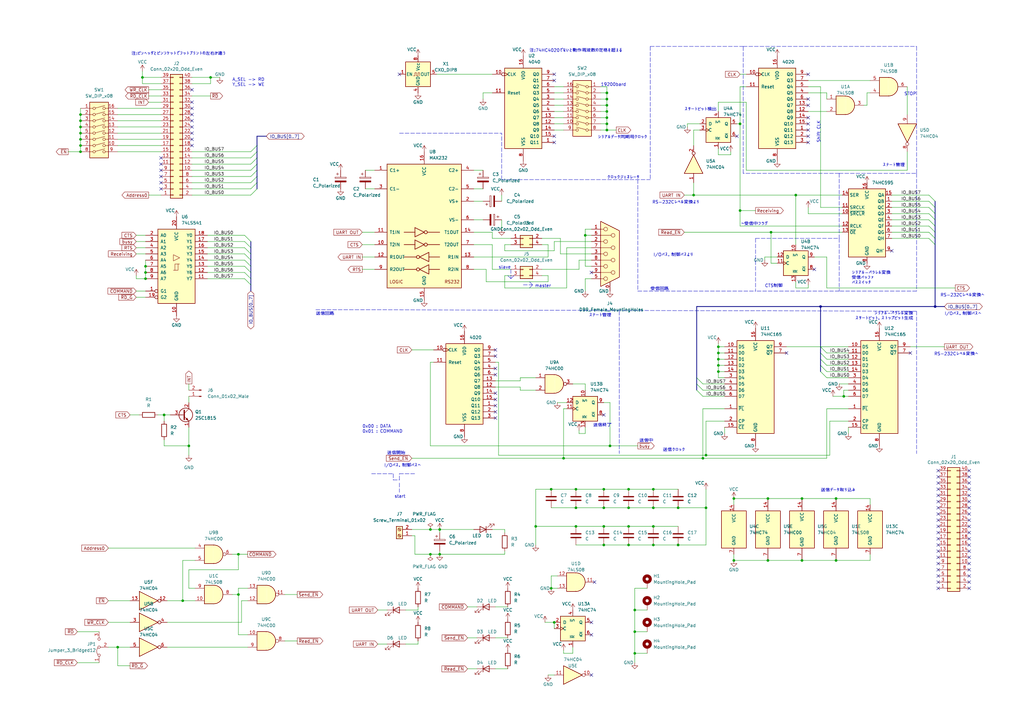
<source format=kicad_sch>
(kicad_sch (version 20211123) (generator eeschema)
  (paper "A3")
  (title_block (title "RS-232通信ボード") (date "2023-06-15"))
  (junction (at 248.92 43.18))
  (junction (at 303.53 50.8))
  (junction (at 267.97 200.66))
  (junction (at 248.92 48.26))
  (junction (at 294.64 147.32))
  (junction (at 240.03 96.52))
  (junction (at 260.35 267.97))
  (junction (at 231.14 187.96))
  (junction (at 303.53 86.36))
  (junction (at 250.19 182.88))
  (junction (at 48.26 265.43))
  (junction (at 33.02 59.69))
  (junction (at 247.65 223.52))
  (junction (at 316.23 95.25))
  (junction (at 257.81 223.52))
  (junction (at 176.53 227.33))
  (junction (at 300.99 229.87))
  (junction (at 227.33 255.27))
  (junction (at 294.64 149.86))
  (junction (at 314.96 229.87))
  (junction (at 294.64 152.4))
  (junction (at 180.34 227.33))
  (junction (at 326.39 80.01))
  (junction (at 248.92 38.1))
  (junction (at 67.31 170.18))
  (junction (at 346.075 162.56))
  (junction (at 59.69 109.22))
  (junction (at 33.02 54.61))
  (junction (at 267.97 223.52))
  (junction (at 77.47 182.88))
  (junction (at 294.64 142.24))
  (junction (at 342.9 204.47))
  (junction (at 219.71 215.9))
  (junction (at 248.92 45.72))
  (junction (at 58.42 31.75))
  (junction (at 267.97 208.28))
  (junction (at 33.02 52.07))
  (junction (at 328.93 229.87))
  (junction (at 180.34 217.17))
  (junction (at 247.65 215.9))
  (junction (at 247.65 208.28))
  (junction (at 278.13 223.52))
  (junction (at 289.56 186.69))
  (junction (at 284.48 80.01))
  (junction (at 33.02 49.53))
  (junction (at 236.22 200.66))
  (junction (at 342.9 229.87))
  (junction (at 289.56 208.28))
  (junction (at 248.92 50.8))
  (junction (at 247.65 200.66))
  (junction (at 97.79 243.84))
  (junction (at 314.96 204.47))
  (junction (at 86.36 31.75))
  (junction (at 294.64 144.78))
  (junction (at 226.06 200.66))
  (junction (at 288.29 187.96))
  (junction (at 257.81 208.28))
  (junction (at 267.97 215.9))
  (junction (at 260.35 250.19))
  (junction (at 278.13 208.28))
  (junction (at 236.22 208.28))
  (junction (at 257.81 215.9))
  (junction (at 248.92 40.64))
  (junction (at 248.92 53.34))
  (junction (at 33.02 57.15))
  (junction (at 257.81 200.66))
  (junction (at 328.93 204.47))
  (junction (at 59.69 114.3))
  (junction (at 33.02 46.99))
  (junction (at 226.06 241.3))
  (junction (at 176.53 217.17))
  (junction (at 336.55 125.73))
  (junction (at 97.79 227.33))
  (junction (at 74.93 246.38))
  (junction (at 236.22 215.9))
  (junction (at 59.69 111.76))
  (junction (at 33.02 62.23))
  (junction (at 300.99 204.47))
  (junction (at 260.35 259.08))
  (junction (at 383.54 125.73))
  (no_connect (at 247.65 170.18))
  (no_connect (at 397.51 205.74))
  (no_connect (at 227.33 30.48))
  (no_connect (at 227.33 33.02))
  (no_connect (at 397.51 193.04))
  (no_connect (at 334.01 110.49))
  (no_connect (at 365.76 102.87))
  (no_connect (at 384.81 213.36))
  (no_connect (at 384.81 231.14))
  (no_connect (at 384.81 200.66))
  (no_connect (at 384.81 228.6))
  (no_connect (at 203.2 146.05))
  (no_connect (at 397.51 236.22))
  (no_connect (at 397.51 195.58))
  (no_connect (at 242.57 276.86))
  (no_connect (at 331.47 48.26))
  (no_connect (at 384.81 223.52))
  (no_connect (at 397.51 231.14))
  (no_connect (at 384.81 226.06))
  (no_connect (at 331.47 55.88))
  (no_connect (at 331.47 43.18))
  (no_connect (at 203.2 151.13))
  (no_connect (at 384.81 208.28))
  (no_connect (at 78.74 59.69))
  (no_connect (at 78.74 41.91))
  (no_connect (at 78.74 57.15))
  (no_connect (at 78.74 54.61))
  (no_connect (at 78.74 44.45))
  (no_connect (at 78.74 52.07))
  (no_connect (at 78.74 46.99))
  (no_connect (at 78.74 49.53))
  (no_connect (at 243.84 238.76))
  (no_connect (at 384.81 198.12))
  (no_connect (at 397.51 203.2))
  (no_connect (at 397.51 223.52))
  (no_connect (at 384.81 238.76))
  (no_connect (at 384.81 210.82))
  (no_connect (at 331.47 40.64))
  (no_connect (at 397.51 238.76))
  (no_connect (at 78.74 36.83))
  (no_connect (at 242.57 111.76))
  (no_connect (at 384.81 218.44))
  (no_connect (at 397.51 213.36))
  (no_connect (at 384.81 233.68))
  (no_connect (at 397.51 210.82))
  (no_connect (at 384.81 195.58))
  (no_connect (at 397.51 215.9))
  (no_connect (at 203.2 163.83))
  (no_connect (at 397.51 198.12))
  (no_connect (at 331.47 30.48))
  (no_connect (at 331.47 53.34))
  (no_connect (at 203.2 171.45))
  (no_connect (at 384.81 241.3))
  (no_connect (at 397.51 241.3))
  (no_connect (at 397.51 220.98))
  (no_connect (at 163.83 30.48))
  (no_connect (at 384.81 203.2))
  (no_connect (at 397.51 233.68))
  (no_connect (at 203.2 168.91))
  (no_connect (at 384.81 205.74))
  (no_connect (at 331.47 50.8))
  (no_connect (at 227.33 55.88))
  (no_connect (at 227.33 58.42))
  (no_connect (at 397.51 208.28))
  (no_connect (at 397.51 218.44))
  (no_connect (at 384.81 193.04))
  (no_connect (at 322.58 144.78))
  (no_connect (at 373.38 144.78))
  (no_connect (at 242.57 255.27))
  (no_connect (at 242.57 260.35))
  (no_connect (at 384.81 236.22))
  (no_connect (at 203.2 166.37))
  (no_connect (at 384.81 215.9))
  (no_connect (at 397.51 200.66))
  (no_connect (at 397.51 228.6))
  (no_connect (at 203.2 161.29))
  (no_connect (at 66.04 74.93))
  (no_connect (at 66.04 77.47))
  (no_connect (at 66.04 72.39))
  (no_connect (at 66.04 69.85))
  (no_connect (at 66.04 64.77))
  (no_connect (at 66.04 67.31))
  (no_connect (at 397.51 226.06))
  (no_connect (at 203.2 153.67))
  (no_connect (at 331.47 58.42))
  (no_connect (at 384.81 220.98))
  (no_connect (at 302.26 55.88))
  (no_connect (at 203.2 143.51))
  (bus_entry (at 100.33 106.68) (size 2.54 2.54))
  (bus_entry (at 381 80.01) (size 2.54 2.54))
  (bus_entry (at 105.41 72.39) (size -2.54 2.54))
  (bus_entry (at 336.55 147.32) (size 2.54 2.54))
  (bus_entry (at 336.55 152.4) (size 2.54 2.54))
  (bus_entry (at 100.33 104.14) (size 2.54 2.54))
  (bus_entry (at 100.33 111.76) (size 2.54 2.54))
  (bus_entry (at 381 87.63) (size 2.54 2.54))
  (bus_entry (at 336.55 149.86) (size 2.54 2.54))
  (bus_entry (at 381 85.09) (size 2.54 2.54))
  (bus_entry (at 381 82.55) (size 2.54 2.54))
  (bus_entry (at 381 95.25) (size 2.54 2.54))
  (bus_entry (at 336.55 142.24) (size 2.54 2.54))
  (bus_entry (at 105.41 77.47) (size -2.54 2.54))
  (bus_entry (at 105.41 74.93) (size -2.54 2.54))
  (bus_entry (at 105.41 67.31) (size -2.54 2.54))
  (bus_entry (at 381 97.79) (size 2.54 2.54))
  (bus_entry (at 100.33 114.3) (size 2.54 2.54))
  (bus_entry (at 105.41 62.23) (size -2.54 2.54))
  (bus_entry (at 105.41 59.69) (size -2.54 2.54))
  (bus_entry (at 105.41 69.85) (size -2.54 2.54))
  (bus_entry (at 100.33 101.6) (size 2.54 2.54))
  (bus_entry (at 105.41 64.77) (size -2.54 2.54))
  (bus_entry (at 100.33 99.06) (size 2.54 2.54))
  (bus_entry (at 381 90.17) (size 2.54 2.54))
  (bus_entry (at 336.55 144.78) (size 2.54 2.54))
  (bus_entry (at 100.33 96.52) (size 2.54 2.54))
  (bus_entry (at 381 92.71) (size 2.54 2.54))
  (bus_entry (at 100.33 109.22) (size 2.54 2.54))
  (bus_entry (at 285.75 154.94) (size 2.54 2.54))
  (bus_entry (at 285.75 157.48) (size 2.54 2.54))
  (bus_entry (at 285.75 160.02) (size 2.54 2.54))
  (bus (pts (xy 336.55 125.73) (xy 336.55 142.24)))
  (wire (pts (xy 222.25 110.49) (xy 237.49 110.49)))
  (wire (pts (xy 231.14 53.34) (xy 227.33 53.34)))
  (wire (pts (xy 86.36 39.37) (xy 78.74 39.37)))
  (wire (pts (xy 204.47 186.69) (xy 289.56 186.69)))
  (polyline (pts (xy 261.62 119.38) (xy 309.88 119.38)))
  (wire (pts (xy 328.93 204.47) (xy 342.9 204.47)))
  (wire (pts (xy 246.38 43.18) (xy 248.92 43.18)))
  (wire (pts (xy 228.6 165.1) (xy 232.41 165.1)))
  (wire (pts (xy 209.55 113.03) (xy 207.01 113.03)))
  (wire (pts (xy 48.26 54.61) (xy 66.04 54.61)))
  (wire (pts (xy 236.22 200.66) (xy 226.06 200.66)))
  (wire (pts (xy 248.92 40.64) (xy 248.92 43.18)))
  (wire (pts (xy 55.88 99.06) (xy 59.69 99.06)))
  (wire (pts (xy 102.87 69.85) (xy 78.74 69.85)))
  (wire (pts (xy 278.13 200.66) (xy 267.97 200.66)))
  (wire (pts (xy 180.34 226.06) (xy 180.34 227.33)))
  (wire (pts (xy 191.77 248.92) (xy 195.58 248.92)))
  (wire (pts (xy 27.94 62.23) (xy 33.02 62.23)))
  (wire (pts (xy 240.03 175.26) (xy 240.03 177.8)))
  (wire (pts (xy 372.11 35.56) (xy 372.11 46.99)))
  (polyline (pts (xy 344.17 71.12) (xy 304.8 71.12)))
  (polyline (pts (xy 217.17 115.57) (xy 218.44 116.84)))
  (wire (pts (xy 294.64 147.32) (xy 297.18 147.32)))
  (wire (pts (xy 246.38 50.8) (xy 248.92 50.8)))
  (wire (pts (xy 281.94 52.07) (xy 281.94 50.8)))
  (wire (pts (xy 240.03 93.98) (xy 240.03 96.52)))
  (wire (pts (xy 326.39 118.11) (xy 331.47 118.11)))
  (wire (pts (xy 201.93 97.79) (xy 209.55 97.79)))
  (wire (pts (xy 102.87 74.93) (xy 78.74 74.93)))
  (polyline (pts (xy 214.63 116.84) (xy 218.44 116.84)))
  (wire (pts (xy 246.38 35.56) (xy 248.92 35.56)))
  (wire (pts (xy 340.36 172.72) (xy 347.98 172.72)))
  (wire (pts (xy 339.09 118.11) (xy 391.795 118.11)))
  (wire (pts (xy 85.09 114.3) (xy 100.33 114.3)))
  (wire (pts (xy 287.02 53.34) (xy 284.48 53.34)))
  (bus (pts (xy 383.54 82.55) (xy 383.54 85.09)))
  (wire (pts (xy 260.35 259.08) (xy 260.35 267.97)))
  (wire (pts (xy 102.87 62.23) (xy 78.74 62.23)))
  (wire (pts (xy 102.87 67.31) (xy 78.74 67.31)))
  (wire (pts (xy 294.64 63.5) (xy 299.72 63.5)))
  (polyline (pts (xy 209.55 114.3) (xy 209.55 114.3)))
  (wire (pts (xy 313.69 106.68) (xy 313.69 105.41)))
  (wire (pts (xy 365.76 97.79) (xy 381 97.79)))
  (bus (pts (xy 105.41 59.69) (xy 105.41 62.23)))
  (wire (pts (xy 247.65 215.9) (xy 257.81 215.9)))
  (wire (pts (xy 48.26 62.23) (xy 66.04 62.23)))
  (wire (pts (xy 294.64 149.86) (xy 297.18 149.86)))
  (wire (pts (xy 248.92 50.8) (xy 248.92 53.34)))
  (polyline (pts (xy 375.92 119.38) (xy 344.17 119.38)))
  (wire (pts (xy 339.09 154.94) (xy 347.98 154.94)))
  (wire (pts (xy 278.13 223.52) (xy 289.56 223.52)))
  (wire (pts (xy 121.92 262.89) (xy 116.84 262.89)))
  (wire (pts (xy 339.09 105.41) (xy 339.09 118.11)))
  (wire (pts (xy 247.65 223.52) (xy 257.81 223.52)))
  (bus (pts (xy 105.41 72.39) (xy 105.41 74.93)))
  (wire (pts (xy 339.09 167.64) (xy 347.98 167.64)))
  (wire (pts (xy 224.79 105.41) (xy 224.79 100.33)))
  (wire (pts (xy 331.47 45.72) (xy 339.09 45.72)))
  (wire (pts (xy 148.59 95.25) (xy 153.67 95.25)))
  (wire (pts (xy 85.09 111.76) (xy 100.33 111.76)))
  (wire (pts (xy 294.64 45.72) (xy 294.64 41.91)))
  (wire (pts (xy 346.075 162.56) (xy 347.98 162.56)))
  (wire (pts (xy 294.64 142.24) (xy 294.64 144.78)))
  (bus (pts (xy 105.41 64.77) (xy 105.41 67.31)))
  (wire (pts (xy 232.41 167.64) (xy 231.14 167.64)))
  (wire (pts (xy 97.79 233.68) (xy 97.79 227.33)))
  (wire (pts (xy 280.67 80.01) (xy 284.48 80.01)))
  (wire (pts (xy 257.81 208.28) (xy 267.97 208.28)))
  (wire (pts (xy 237.49 176.53) (xy 237.49 177.8)))
  (wire (pts (xy 48.26 57.15) (xy 66.04 57.15)))
  (wire (pts (xy 227.33 99.06) (xy 242.57 99.06)))
  (wire (pts (xy 294.64 41.91) (xy 306.07 41.91)))
  (wire (pts (xy 356.87 229.87) (xy 342.9 229.87)))
  (wire (pts (xy 97.79 227.33) (xy 101.6 227.33)))
  (wire (pts (xy 191.77 261.62) (xy 195.58 261.62)))
  (wire (pts (xy 231.14 267.97) (xy 234.95 267.97)))
  (wire (pts (xy 101.6 260.35) (xy 97.79 260.35)))
  (wire (pts (xy 207.01 217.17) (xy 207.01 218.44)))
  (wire (pts (xy 44.45 224.79) (xy 80.01 224.79)))
  (wire (pts (xy 48.26 49.53) (xy 66.04 49.53)))
  (wire (pts (xy 194.31 105.41) (xy 224.79 105.41)))
  (wire (pts (xy 234.95 157.48) (xy 240.03 157.48)))
  (bus (pts (xy 383.54 95.25) (xy 383.54 97.79)))
  (wire (pts (xy 149.86 77.47) (xy 153.67 77.47)))
  (wire (pts (xy 149.86 69.85) (xy 153.67 69.85)))
  (wire (pts (xy 232.41 101.6) (xy 242.57 101.6)))
  (wire (pts (xy 334.01 105.41) (xy 339.09 105.41)))
  (wire (pts (xy 33.02 44.45) (xy 33.02 46.99)))
  (wire (pts (xy 246.38 45.72) (xy 248.92 45.72)))
  (wire (pts (xy 247.65 165.1) (xy 250.19 165.1)))
  (wire (pts (xy 372.11 62.23) (xy 372.11 69.85)))
  (wire (pts (xy 229.87 97.79) (xy 229.87 104.14)))
  (wire (pts (xy 223.52 255.27) (xy 227.33 255.27)))
  (wire (pts (xy 168.91 187.96) (xy 231.14 187.96)))
  (wire (pts (xy 278.13 208.28) (xy 289.56 208.28)))
  (wire (pts (xy 148.59 110.49) (xy 153.67 110.49)))
  (wire (pts (xy 347.98 175.26) (xy 347.98 177.8)))
  (wire (pts (xy 248.92 38.1) (xy 248.92 40.64)))
  (wire (pts (xy 339.09 147.32) (xy 347.98 147.32)))
  (wire (pts (xy 257.81 215.9) (xy 267.97 215.9)))
  (wire (pts (xy 97.79 243.84) (xy 97.79 241.3)))
  (wire (pts (xy 203.2 274.32) (xy 208.28 274.32)))
  (wire (pts (xy 280.67 95.25) (xy 316.23 95.25)))
  (wire (pts (xy 199.39 110.49) (xy 199.39 115.57)))
  (wire (pts (xy 48.26 265.43) (xy 48.26 273.05)))
  (wire (pts (xy 240.03 96.52) (xy 242.57 96.52)))
  (wire (pts (xy 339.09 187.96) (xy 339.09 167.64)))
  (wire (pts (xy 300.99 204.47) (xy 314.96 204.47)))
  (wire (pts (xy 154.94 264.16) (xy 158.75 264.16)))
  (wire (pts (xy 201.93 95.25) (xy 201.93 97.79)))
  (wire (pts (xy 246.38 38.1) (xy 248.92 38.1)))
  (wire (pts (xy 85.09 109.22) (xy 100.33 109.22)))
  (wire (pts (xy 194.31 77.47) (xy 198.12 77.47)))
  (wire (pts (xy 204.47 148.59) (xy 204.47 186.69)))
  (bus (pts (xy 336.55 149.86) (xy 336.55 152.4)))
  (bus (pts (xy 102.87 106.68) (xy 102.87 109.22)))
  (wire (pts (xy 77.47 233.68) (xy 97.79 233.68)))
  (wire (pts (xy 226.06 236.22) (xy 228.6 236.22)))
  (wire (pts (xy 331.47 87.63) (xy 345.44 87.63)))
  (wire (pts (xy 247.65 208.28) (xy 257.81 208.28)))
  (wire (pts (xy 365.76 87.63) (xy 381 87.63)))
  (wire (pts (xy 306.07 41.91) (xy 306.07 69.85)))
  (wire (pts (xy 229.87 104.14) (xy 242.57 104.14)))
  (wire (pts (xy 237.49 177.8) (xy 240.03 177.8)))
  (wire (pts (xy 74.93 246.38) (xy 80.01 246.38)))
  (wire (pts (xy 289.56 186.69) (xy 289.56 172.72)))
  (bus (pts (xy 336.55 144.78) (xy 336.55 147.32)))
  (wire (pts (xy 60.96 80.01) (xy 66.04 80.01)))
  (wire (pts (xy 60.96 36.83) (xy 66.04 36.83)))
  (wire (pts (xy 336.55 142.24) (xy 347.98 142.24)))
  (wire (pts (xy 365.76 80.01) (xy 381 80.01)))
  (wire (pts (xy 102.87 72.39) (xy 78.74 72.39)))
  (wire (pts (xy 44.45 255.27) (xy 53.34 255.27)))
  (wire (pts (xy 168.91 217.17) (xy 176.53 217.17)))
  (wire (pts (xy 257.81 223.52) (xy 267.97 223.52)))
  (wire (pts (xy 316.23 95.25) (xy 345.44 95.25)))
  (wire (pts (xy 313.69 105.41) (xy 318.77 105.41)))
  (wire (pts (xy 58.42 31.75) (xy 58.42 34.29)))
  (wire (pts (xy 224.79 100.33) (xy 222.25 100.33)))
  (polyline (pts (xy 261.62 73.66) (xy 261.62 119.38)))
  (wire (pts (xy 207.01 100.33) (xy 207.01 102.87)))
  (bus (pts (xy 336.55 142.24) (xy 336.55 144.78)))
  (wire (pts (xy 260.35 241.3) (xy 260.35 250.19)))
  (wire (pts (xy 326.39 115.57) (xy 326.39 118.11)))
  (bus (pts (xy 105.41 55.88) (xy 105.41 59.69)))
  (wire (pts (xy 77.47 175.26) (xy 77.47 182.88)))
  (wire (pts (xy 33.02 59.69) (xy 33.02 62.23)))
  (wire (pts (xy 201.93 217.17) (xy 207.01 217.17)))
  (wire (pts (xy 102.87 77.47) (xy 78.74 77.47)))
  (wire (pts (xy 289.56 186.69) (xy 340.36 186.69)))
  (wire (pts (xy 85.09 104.14) (xy 100.33 104.14)))
  (wire (pts (xy 85.09 106.68) (xy 100.33 106.68)))
  (wire (pts (xy 148.59 100.33) (xy 153.67 100.33)))
  (wire (pts (xy 226.06 208.28) (xy 236.22 208.28)))
  (wire (pts (xy 97.79 241.3) (xy 101.6 241.3)))
  (wire (pts (xy 213.36 154.94) (xy 219.71 154.94)))
  (wire (pts (xy 331.47 85.09) (xy 331.47 87.63)))
  (bus (pts (xy 105.41 67.31) (xy 105.41 69.85)))
  (wire (pts (xy 331.47 38.1) (xy 339.09 38.1)))
  (wire (pts (xy 224.79 276.86) (xy 227.33 276.86)))
  (wire (pts (xy 90.17 31.75) (xy 86.36 31.75)))
  (wire (pts (xy 33.02 57.15) (xy 33.02 59.69)))
  (wire (pts (xy 77.47 241.3) (xy 77.47 233.68)))
  (wire (pts (xy 365.76 85.09) (xy 381 85.09)))
  (wire (pts (xy 240.03 114.3) (xy 240.03 119.38)))
  (wire (pts (xy 267.97 200.66) (xy 257.81 200.66)))
  (wire (pts (xy 265.43 241.3) (xy 260.35 241.3)))
  (wire (pts (xy 55.88 96.52) (xy 59.69 96.52)))
  (wire (pts (xy 288.29 187.96) (xy 339.09 187.96)))
  (wire (pts (xy 179.07 30.48) (xy 201.93 30.48)))
  (polyline (pts (xy 163.83 198.12) (xy 163.83 201.93)))
  (bus (pts (xy 336.55 147.32) (xy 336.55 149.86)))
  (wire (pts (xy 191.77 274.32) (xy 195.58 274.32)))
  (wire (pts (xy 55.88 119.38) (xy 59.69 119.38)))
  (wire (pts (xy 59.69 106.68) (xy 59.69 109.22)))
  (wire (pts (xy 340.36 186.69) (xy 340.36 172.72)))
  (wire (pts (xy 203.2 156.21) (xy 213.36 156.21)))
  (wire (pts (xy 289.56 208.28) (xy 289.56 223.52)))
  (wire (pts (xy 294.64 154.94) (xy 297.18 154.94)))
  (bus (pts (xy 387.35 125.73) (xy 383.54 125.73)))
  (wire (pts (xy 226.06 241.3) (xy 228.6 241.3)))
  (wire (pts (xy 166.37 250.19) (xy 171.45 250.19)))
  (wire (pts (xy 331.47 118.11) (xy 331.47 116.84)))
  (wire (pts (xy 288.29 167.64) (xy 297.18 167.64)))
  (wire (pts (xy 246.38 48.26) (xy 248.92 48.26)))
  (wire (pts (xy 201.93 100.33) (xy 201.93 110.49)))
  (wire (pts (xy 303.53 86.36) (xy 309.88 86.36)))
  (wire (pts (xy 240.03 109.22) (xy 242.57 109.22)))
  (polyline (pts (xy 217.17 118.11) (xy 218.44 116.84)))
  (wire (pts (xy 246.38 40.64) (xy 248.92 40.64)))
  (wire (pts (xy 284.48 53.34) (xy 284.48 59.69)))
  (wire (pts (xy 77.47 157.48) (xy 77.47 160.02)))
  (wire (pts (xy 226.06 200.66) (xy 219.71 200.66)))
  (wire (pts (xy 85.09 99.06) (xy 100.33 99.06)))
  (polyline (pts (xy 375.92 71.12) (xy 375.92 119.38)))
  (wire (pts (xy 168.91 219.71) (xy 170.18 219.71)))
  (wire (pts (xy 365.76 82.55) (xy 381 82.55)))
  (polyline (pts (xy 218.44 116.84) (xy 218.44 116.84)))
  (wire (pts (xy 284.48 74.93) (xy 284.48 80.01)))
  (wire (pts (xy 248.92 48.26) (xy 248.92 50.8)))
  (wire (pts (xy 213.36 156.21) (xy 213.36 154.94)))
  (wire (pts (xy 339.09 149.86) (xy 347.98 149.86)))
  (wire (pts (xy 346.075 160.02) (xy 347.98 160.02)))
  (wire (pts (xy 231.14 35.56) (xy 227.33 35.56)))
  (wire (pts (xy 176.53 217.17) (xy 180.34 217.17)))
  (wire (pts (xy 294.64 152.4) (xy 294.64 154.94)))
  (wire (pts (xy 365.76 95.25) (xy 381 95.25)))
  (wire (pts (xy 194.31 69.85) (xy 198.12 69.85)))
  (wire (pts (xy 248.92 45.72) (xy 248.92 48.26)))
  (bus (pts (xy 336.55 125.73) (xy 383.54 125.73)))
  (wire (pts (xy 44.45 265.43) (xy 48.26 265.43)))
  (bus (pts (xy 285.75 154.94) (xy 285.75 157.48)))
  (wire (pts (xy 237.49 110.49) (xy 237.49 106.68)))
  (wire (pts (xy 67.31 180.34) (xy 67.31 182.88)))
  (wire (pts (xy 303.53 92.71) (xy 345.44 92.71)))
  (wire (pts (xy 236.22 215.9) (xy 247.65 215.9)))
  (wire (pts (xy 328.93 229.87) (xy 342.9 229.87)))
  (wire (pts (xy 55.88 101.6) (xy 59.69 101.6)))
  (wire (pts (xy 171.45 262.89) (xy 171.45 264.16)))
  (wire (pts (xy 294.64 142.24) (xy 297.18 142.24)))
  (wire (pts (xy 77.47 162.56) (xy 77.47 165.1)))
  (wire (pts (xy 231.14 40.64) (xy 227.33 40.64)))
  (bus (pts (xy 102.87 104.14) (xy 102.87 106.68)))
  (wire (pts (xy 322.58 142.24) (xy 336.55 142.24)))
  (wire (pts (xy 101.6 246.38) (xy 99.06 246.38)))
  (wire (pts (xy 303.53 50.8) (xy 302.26 50.8)))
  (polyline (pts (xy 205.74 73.66) (xy 266.7 73.66)))
  (wire (pts (xy 203.2 158.75) (xy 213.36 158.75)))
  (wire (pts (xy 203.2 261.62) (xy 208.28 261.62)))
  (wire (pts (xy 154.94 250.19) (xy 158.75 250.19)))
  (polyline (pts (xy 375.92 127.635) (xy 375.92 186.055)))
  (wire (pts (xy 303.53 30.48) (xy 306.07 30.48)))
  (polyline (pts (xy 208.28 113.03) (xy 209.55 114.3)))
  (wire (pts (xy 205.74 80.01) (xy 205.74 82.55)))
  (wire (pts (xy 207.01 102.87) (xy 227.33 102.87)))
  (wire (pts (xy 326.39 80.01) (xy 345.44 80.01)))
  (wire (pts (xy 203.2 248.92) (xy 208.28 248.92)))
  (wire (pts (xy 176.53 227.33) (xy 180.34 227.33)))
  (wire (pts (xy 86.36 31.75) (xy 78.74 31.75)))
  (wire (pts (xy 207.01 226.06) (xy 207.01 227.33)))
  (wire (pts (xy 247.65 200.66) (xy 236.22 200.66)))
  (wire (pts (xy 234.95 267.97) (xy 234.95 265.43)))
  (bus (pts (xy 102.87 101.6) (xy 102.87 104.14)))
  (wire (pts (xy 294.64 147.32) (xy 294.64 149.86)))
  (wire (pts (xy 299.72 63.5) (xy 299.72 62.23)))
  (wire (pts (xy 86.36 34.29) (xy 78.74 34.29)))
  (wire (pts (xy 339.09 152.4) (xy 347.98 152.4)))
  (polyline (pts (xy 205.74 73.66) (xy 205.74 54.61)))
  (wire (pts (xy 300.99 207.01) (xy 300.99 204.47)))
  (wire (pts (xy 180.34 217.17) (xy 180.34 218.44)))
  (wire (pts (xy 33.02 49.53) (xy 33.02 52.07)))
  (wire (pts (xy 95.25 243.84) (xy 97.79 243.84)))
  (wire (pts (xy 86.36 31.75) (xy 86.36 34.29)))
  (polyline (pts (xy 304.8 19.05) (xy 375.92 19.05)))
  (wire (pts (xy 207.01 113.03) (xy 207.01 118.11)))
  (wire (pts (xy 102.87 80.01) (xy 78.74 80.01)))
  (bus (pts (xy 383.54 90.17) (xy 383.54 92.71)))
  (wire (pts (xy 339.09 144.78) (xy 347.98 144.78)))
  (wire (pts (xy 240.03 157.48) (xy 240.03 160.02)))
  (wire (pts (xy 303.53 35.56) (xy 303.53 50.8)))
  (wire (pts (xy 355.6 43.18) (xy 355.6 38.1)))
  (polyline (pts (xy 304.8 71.12) (xy 304.8 19.05)))
  (wire (pts (xy 194.31 110.49) (xy 199.39 110.49)))
  (wire (pts (xy 316.23 95.25) (xy 316.23 107.95)))
  (wire (pts (xy 97.79 227.33) (xy 95.25 227.33)))
  (wire (pts (xy 231.14 43.18) (xy 227.33 43.18)))
  (wire (pts (xy 356.87 204.47) (xy 342.9 204.47)))
  (wire (pts (xy 55.88 104.14) (xy 59.69 104.14)))
  (wire (pts (xy 289.56 200.66) (xy 289.56 208.28)))
  (wire (pts (xy 219.71 215.9) (xy 219.71 223.52)))
  (wire (pts (xy 316.23 107.95) (xy 318.77 107.95)))
  (wire (pts (xy 198.12 38.1) (xy 198.12 40.64)))
  (wire (pts (xy 66.04 31.75) (xy 58.42 31.75)))
  (polyline (pts (xy 163.83 196.85) (xy 163.83 194.31)))
  (wire (pts (xy 33.02 46.99) (xy 33.02 49.53)))
  (wire (pts (xy 250.19 182.88) (xy 261.62 182.88)))
  (wire (pts (xy 246.38 53.34) (xy 248.92 53.34)))
  (wire (pts (xy 48.26 44.45) (xy 66.04 44.45)))
  (wire (pts (xy 288.29 157.48) (xy 297.18 157.48)))
  (wire (pts (xy 59.69 111.76) (xy 59.69 114.3)))
  (wire (pts (xy 288.29 187.96) (xy 288.29 167.64)))
  (bus (pts (xy 383.54 92.71) (xy 383.54 95.25)))
  (wire (pts (xy 97.79 260.35) (xy 97.79 243.84)))
  (wire (pts (xy 194.31 217.17) (xy 180.34 217.17)))
  (wire (pts (xy 170.18 227.33) (xy 176.53 227.33)))
  (wire (pts (xy 48.26 59.69) (xy 66.04 59.69)))
  (wire (pts (xy 224.79 115.57) (xy 224.79 113.03)))
  (wire (pts (xy 68.58 255.27) (xy 99.06 255.27)))
  (wire (pts (xy 284.48 80.01) (xy 326.39 80.01)))
  (wire (pts (xy 297.18 175.26) (xy 297.18 177.8)))
  (wire (pts (xy 201.93 38.1) (xy 198.12 38.1)))
  (wire (pts (xy 294.64 60.96) (xy 294.64 63.5)))
  (wire (pts (xy 231.14 187.96) (xy 288.29 187.96)))
  (wire (pts (xy 68.58 246.38) (xy 74.93 246.38)))
  (wire (pts (xy 242.57 93.98) (xy 240.03 93.98)))
  (wire (pts (xy 222.25 97.79) (xy 229.87 97.79)))
  (wire (pts (xy 356.87 207.01) (xy 356.87 204.47)))
  (wire (pts (xy 219.71 215.9) (xy 236.22 215.9)))
  (polyline (pts (xy 344.17 71.12) (xy 375.92 71.12)))
  (wire (pts (xy 294.64 149.86) (xy 294.64 152.4)))
  (wire (pts (xy 48.26 265.43) (xy 53.34 265.43)))
  (bus (pts (xy 109.22 55.88) (xy 105.41 55.88)))
  (wire (pts (xy 121.92 243.84) (xy 116.84 243.84)))
  (wire (pts (xy 260.35 250.19) (xy 260.35 259.08)))
  (polyline (pts (xy 344.17 119.38) (xy 309.88 119.38)))
  (polyline (pts (xy 254 127.635) (xy 254 186.055)))
  (polyline (pts (xy 266.7 19.05) (xy 266.7 73.66)))
  (polyline (pts (xy 375.92 19.05) (xy 375.92 71.12)))
  (wire (pts (xy 31.75 271.78) (xy 40.64 271.78)))
  (bus (pts (xy 383.54 87.63) (xy 383.54 90.17)))
  (wire (pts (xy 336.55 35.56) (xy 336.55 85.09)))
  (wire (pts (xy 365.76 92.71) (xy 381 92.71)))
  (wire (pts (xy 231.14 48.26) (xy 227.33 48.26)))
  (polyline (pts (xy 210.82 113.03) (xy 209.55 114.3)))
  (wire (pts (xy 248.92 43.18) (xy 248.92 45.72)))
  (wire (pts (xy 168.91 143.51) (xy 177.8 143.51)))
  (wire (pts (xy 64.77 170.18) (xy 67.31 170.18)))
  (wire (pts (xy 288.29 162.56) (xy 297.18 162.56)))
  (wire (pts (xy 74.93 229.87) (xy 74.93 246.38)))
  (bus (pts (xy 285.75 157.48) (xy 285.75 160.02)))
  (wire (pts (xy 207.01 118.11) (xy 232.41 118.11)))
  (bus (pts (xy 383.54 97.79) (xy 383.54 100.33)))
  (wire (pts (xy 53.34 273.05) (xy 48.26 273.05)))
  (wire (pts (xy 80.01 229.87) (xy 74.93 229.87)))
  (wire (pts (xy 306.07 69.85) (xy 372.11 69.85)))
  (wire (pts (xy 236.22 208.28) (xy 247.65 208.28)))
  (wire (pts (xy 33.02 54.61) (xy 33.02 57.15)))
  (wire (pts (xy 176.53 148.59) (xy 176.53 182.88)))
  (wire (pts (xy 67.31 182.88) (xy 77.47 182.88)))
  (wire (pts (xy 148.59 105.41) (xy 153.67 105.41)))
  (wire (pts (xy 356.87 227.33) (xy 356.87 229.87)))
  (polyline (pts (xy 161.29 196.85) (xy 163.83 196.85)))
  (wire (pts (xy 224.79 113.03) (xy 222.25 113.03)))
  (bus (pts (xy 383.54 100.33) (xy 383.54 125.73)))
  (bus (pts (xy 102.87 99.06) (xy 102.87 101.6)))
  (bus (pts (xy 102.87 111.76) (xy 102.87 114.3)))
  (polyline (pts (xy 309.88 97.79) (xy 344.17 97.79)))
  (polyline (pts (xy 129.54 127) (xy 375.92 127.635)))
  (wire (pts (xy 300.99 227.33) (xy 300.99 229.87)))
  (wire (pts (xy 326.39 80.01) (xy 326.39 100.33)))
  (wire (pts (xy 199.39 115.57) (xy 224.79 115.57)))
  (wire (pts (xy 260.35 267.97) (xy 265.43 267.97)))
  (wire (pts (xy 314.96 204.47) (xy 328.93 204.47)))
  (wire (pts (xy 194.31 100.33) (xy 201.93 100.33)))
  (wire (pts (xy 176.53 182.88) (xy 250.19 182.88)))
  (wire (pts (xy 44.45 246.38) (xy 53.34 246.38)))
  (polyline (pts (xy 266.7 19.05) (xy 304.8 19.05)))
  (wire (pts (xy 213.36 160.02) (xy 219.71 160.02)))
  (wire (pts (xy 346.075 160.02) (xy 346.075 162.56)))
  (wire (pts (xy 201.93 110.49) (xy 209.55 110.49)))
  (wire (pts (xy 294.64 140.97) (xy 294.64 142.24)))
  (wire (pts (xy 231.14 38.1) (xy 227.33 38.1)))
  (wire (pts (xy 257.81 200.66) (xy 247.65 200.66)))
  (bus (pts (xy 102.87 114.3) (xy 102.87 116.84)))
  (wire (pts (xy 99.06 246.38) (xy 99.06 255.27)))
  (wire (pts (xy 289.56 172.72) (xy 297.18 172.72)))
  (wire (pts (xy 213.36 158.75) (xy 213.36 160.02)))
  (wire (pts (xy 248.92 53.34) (xy 252.73 53.34)))
  (wire (pts (xy 373.38 142.24) (xy 387.35 142.24)))
  (wire (pts (xy 85.09 96.52) (xy 100.33 96.52)))
  (wire (pts (xy 102.87 64.77) (xy 78.74 64.77)))
  (wire (pts (xy 227.33 255.27) (xy 227.33 257.81)))
  (wire (pts (xy 177.8 148.59) (xy 176.53 148.59)))
  (wire (pts (xy 68.58 265.43) (xy 101.6 265.43)))
  (wire (pts (xy 227.33 99.06) (xy 227.33 102.87)))
  (wire (pts (xy 231.14 45.72) (xy 227.33 45.72)))
  (wire (pts (xy 180.34 227.33) (xy 207.01 227.33)))
  (bus (pts (xy 383.54 85.09) (xy 383.54 87.63)))
  (wire (pts (xy 355.6 38.1) (xy 356.87 38.1)))
  (wire (pts (xy 303.53 92.71) (xy 303.53 86.36)))
  (wire (pts (xy 209.55 100.33) (xy 207.01 100.33)))
  (wire (pts (xy 306.07 35.56) (xy 303.53 35.56)))
  (wire (pts (xy 58.42 29.21) (xy 58.42 31.75)))
  (wire (pts (xy 53.34 170.18) (xy 57.15 170.18)))
  (wire (pts (xy 67.31 170.18) (xy 69.85 170.18)))
  (wire (pts (xy 60.96 41.91) (xy 66.04 41.91)))
  (wire (pts (xy 260.35 259.08) (xy 265.43 259.08)))
  (wire (pts (xy 288.29 160.02) (xy 297.18 160.02)))
  (wire (pts (xy 267.97 223.52) (xy 278.13 223.52)))
  (wire (pts (xy 60.96 39.37) (xy 66.04 39.37)))
  (wire (pts (xy 48.26 52.07) (xy 66.04 52.07)))
  (wire (pts (xy 294.64 144.78) (xy 294.64 147.32)))
  (wire (pts (xy 80.01 241.3) (xy 77.47 241.3)))
  (wire (pts (xy 267.97 208.28) (xy 278.13 208.28)))
  (wire (pts (xy 203.2 148.59) (xy 204.47 148.59)))
  (bus (pts (xy 105.41 62.23) (xy 105.41 64.77)))
  (wire (pts (xy 354.33 43.18) (xy 355.6 43.18)))
  (wire (pts (xy 267.97 215.9) (xy 278.13 215.9)))
  (wire (pts (xy 194.31 95.25) (xy 201.93 95.25)))
  (wire (pts (xy 237.49 106.68) (xy 242.57 106.68)))
  (bus (pts (xy 105.41 69.85) (xy 105.41 72.39)))
  (wire (pts (xy 55.88 121.92) (xy 59.69 121.92)))
  (wire (pts (xy 260.35 267.97) (xy 260.35 271.78)))
  (wire (pts (xy 281.94 50.8) (xy 287.02 50.8)))
  (polyline (pts (xy 161.29 194.31) (xy 161.29 196.85)))
  (wire (pts (xy 55.88 113.03) (xy 55.88 114.3)))
  (wire (pts (xy 171.45 248.92) (xy 171.45 250.19)))
  (wire (pts (xy 331.47 33.02) (xy 356.87 33.02)))
  (wire (pts (xy 219.71 200.66) (xy 219.71 215.9)))
  (wire (pts (xy 344.17 157.48) (xy 347.98 157.48)))
  (wire (pts (xy 194.31 82.55) (xy 198.12 82.55)))
  (wire (pts (xy 232.41 118.11) (xy 232.41 101.6)))
  (wire (pts (xy 59.69 114.3) (xy 55.88 114.3)))
  (wire (pts (xy 170.18 219.71) (xy 170.18 227.33)))
  (wire (pts (xy 31.75 259.08) (xy 40.64 259.08)))
  (wire (pts (xy 48.26 46.99) (xy 66.04 46.99)))
  (wire (pts (xy 303.53 86.36) (xy 303.53 50.8)))
  (wire (pts (xy 240.03 96.52) (xy 240.03 109.22)))
  (wire (pts (xy 236.22 223.52) (xy 247.65 223.52)))
  (bus (pts (xy 285.75 154.94) (xy 285.75 125.73)))
  (polyline (pts (xy 152.4 194.31) (xy 161.29 194.31)))
  (wire (pts (xy 294.64 144.78) (xy 297.18 144.78)))
  (wire (pts (xy 242.57 114.3) (xy 240.03 114.3)))
  (wire (pts (xy 260.35 250.19) (xy 265.43 250.19)))
  (wire (pts (xy 231.14 167.64) (xy 231.14 187.96)))
  (wire (pts (xy 66.04 34.29) (xy 58.42 34.29)))
  (wire (pts (xy 336.55 85.09) (xy 345.44 85.09)))
  (polyline (pts (xy 344.17 97.79) (xy 344.17 119.38)))
  (polyline (pts (xy 309.88 97.79) (xy 309.88 119.38)))
  (bus (pts (xy 105.41 74.93) (xy 105.41 77.47)))
  (wire (pts (xy 314.96 229.87) (xy 328.93 229.87)))
  (wire (pts (xy 77.47 182.88) (xy 77.47 186.69)))
  (wire (pts (xy 339.09 38.1) (xy 339.09 40.64)))
  (wire (pts (xy 300.99 229.87) (xy 314.96 229.87)))
  (wire (pts (xy 231.14 266.7) (xy 231.14 267.97)))
  (wire (pts (xy 365.76 90.17) (xy 381 90.17)))
  (wire (pts (xy 331.47 35.56) (xy 336.55 35.56)))
  (wire (pts (xy 250.19 165.1) (xy 250.19 182.88)))
  (wire (pts (xy 294.64 152.4) (xy 297.18 152.4)))
  (wire (pts (xy 231.14 50.8) (xy 227.33 50.8)))
  (bus (pts (xy 102.87 116.84) (xy 102.87 119.38)))
  (polyline (pts (xy 209.55 110.49) (xy 209.55 114.3)))
  (wire (pts (xy 226.06 241.3) (xy 226.06 236.22)))
  (wire (pts (xy 85.09 101.6) (xy 100.33 101.6)))
  (wire (pts (xy 59.69 109.22) (xy 59.69 111.76)))
  (bus (pts (xy 285.75 125.73) (xy 336.55 125.73)))
  (wire (pts (xy 341.63 162.56) (xy 346.075 162.56)))
  (polyline (pts (xy 163.83 194.31) (xy 170.18 194.31)))
  (polyline (pts (xy 163.83 54.61) (xy 205.74 54.61)))
  (wire (pts (xy 205.74 90.17) (xy 205.74 93.98)))
  (wire (pts (xy 67.31 170.18) (xy 67.31 172.72)))
  (wire (pts (xy 194.31 90.17) (xy 198.12 90.17)))
  (wire (pts (xy 166.37 264.16) (xy 171.45 264.16)))
  (bus (pts (xy 102.87 109.22) (xy 102.87 111.76)))
  (wire (pts (xy 248.92 35.56) (xy 248.92 38.1)))
  (polyline (pts (xy 344.17 71.12) (xy 344.17 97.79)))
  (wire (pts (xy 33.02 52.07) (xy 33.02 54.61)))
  (text "RS-232Cレベル変換より" (at 287.02 83.82 180) (effects (font (size 1.27 1.27)) (justify right bottom)))
  (text "A_SEL -> RD\nY_SEL -> WE" (at 95.25 35.56 0) (effects (font (size 1.27 1.27)) (justify left bottom)))
  (text "送信データ取り込み" (at 336.55 201.93 0) (effects (font (size 1.27 1.27)) (justify left bottom)))
  (text "シリアル-パラレル変換\n受信バッファ\nバススイッチ" (at 349.25 116.84 0) (effects (font (size 1.27 1.27)) (justify left bottom)))
  (text "slave" (at 209.55 110.49 180) (effects (font (size 1.27 1.27)) (justify right bottom)))
  (text "ステート管理" (at 361.95 68.58 0) (effects (font (size 1.27 1.27)) (justify left bottom)))
  (text "送信回路" (at 137.16 129.54 180) (effects (font (size 1.27 1.27)) (justify right bottom)))
  (text "RS-232Cレベル変換へ" (at 403.86 121.92 180) (effects (font (size 1.27 1.27)) (justify right bottom)))
  (text "送信終了" (at 243.205 175.26 0) (effects (font (size 1.27 1.27)) (justify left bottom)))
  (text "送信開始" (at 166.37 186.69 180) (effects (font (size 1.27 1.27)) (justify right bottom)))
  (text "STOP" (at 370.84 39.37 0) (effects (font (size 1.27 1.27)) (justify left bottom)))
  (text "0x00 : DATA\n0x01 : COMMAND" (at 148.59 177.8 0) (effects (font (size 1.27 1.27)) (justify left bottom)))
  (text "スタートビット検出" (at 280.67 45.72 0) (effects (font (size 1.27 1.27)) (justify left bottom)))
  (text "クロックジェネレータ" (at 248.92 73.66 0) (effects (font (size 1.27 1.27)) (justify left bottom)))
  (text "start" (at 166.37 204.47 180) (effects (font (size 1.27 1.27)) (justify right bottom)))
  (text "シリアル-パラレル変換\nスタートビット，ストップビット生成" (at 374.65 131.445 180) (effects (font (size 1.27 1.27)) (justify right bottom)))
  (text "I/Oバス，制御バスへ" (at 172.72 191.77 180) (effects (font (size 1.27 1.27)) (justify right bottom)))
  (text "シリアルデータ同期用クロック" (at 245.11 57.15 0) (effects (font (size 1.27 1.27)) (justify left bottom)))
  (text "I/Oバス，制御バスより" (at 284.48 105.41 180) (effects (font (size 1.27 1.27)) (justify right bottom)))
  (text "Shift CLK" (at 336.55 49.53 270) (effects (font (size 1.27 1.27)) (justify right bottom)))
  (text "RS-232Cレベル変換へ" (at 401.32 146.05 180) (effects (font (size 1.27 1.27)) (justify right bottom)))
  (text "〜受信中フラグ" (at 314.96 92.71 180) (effects (font (size 1.27 1.27)) (justify right bottom)))
  (text "Vdd\nVdd\nGND\nD0\n|\nD7\nVdd" (at 430.53 171.45 180) (effects (font (size 1.27 1.27)) (justify right bottom)))
  (text "注:ピンヘッダとピンソケットでフットプリントの左右が違う" (at 92.71 22.86 180) (effects (font (size 1.27 1.27)) (justify right bottom)))
  (text "送信中" (at 267.97 181.61 180) (effects (font (size 1.27 1.27)) (justify right bottom)))
  (text "ステート管理" (at 250.825 130.175 180) (effects (font (size 1.27 1.27)) (justify right bottom)))
  (text "19200bard" (at 246.38 35.56 0) (effects (font (size 1.27 1.27)) (justify left bottom)))
  (text "CTS制御" (at 313.69 118.11 0) (effects (font (size 1.27 1.27)) (justify left bottom)))
  (text "I/Oバス，制御バスへ" (at 402.59 129.54 180) (effects (font (size 1.27 1.27)) (justify right bottom)))
  (text "送信クロック" (at 271.78 185.42 0) (effects (font (size 1.27 1.27)) (justify left bottom)))
  (text "受信回路" (at 266.7 119.38 0) (effects (font (size 1.27 1.27)) (justify left bottom)))
  (text "master" (at 226.06 118.11 180) (effects (font (size 1.27 1.27)) (justify right bottom)))
  (text "注:74HC4020でないと動作周波数の定格を超える" (at 255.27 21.59 180) (effects (font (size 1.27 1.27)) (justify right bottom)))
  (label "IO_BUS1" (at 87.63 99.06 0))
  (label "IO_BUS6" (at 369.57 82.55 0))
  (label "IO_BUS4" (at 340.36 144.78 0))
  (label "IO_BUS0" (at 87.63 96.52 0))
  (label "IO_BUS5" (at 87.63 109.22 0))
  (label "IO_BUS3" (at 340.36 147.32 0))
  (label "IO_BUS2" (at 87.63 101.6 0))
  (label "IO_BUS2" (at 340.36 149.86 0))
  (label "IO_BUS3" (at 369.57 90.17 0))
  (label "IO_BUS0" (at 340.36 154.94 0))
  (label "IO_BUS0" (at 369.57 97.79 0))
  (label "IO_BUS0" (at 83.82 80.01 0))
  (label "IO_BUS1" (at 340.36 152.4 0))
  (label "IO_BUS3" (at 87.63 104.14 0))
  (label "IO_BUS2" (at 83.82 74.93 0))
  (label "IO_BUS3" (at 83.82 72.39 0))
  (label "IO_BUS6" (at 83.82 64.77 0))
  (label "IO_BUS4" (at 83.82 69.85 0))
  (label "IO_BUS5" (at 83.82 67.31 0))
  (label "IO_BUS1" (at 83.82 77.47 0))
  (label "IO_BUS6" (at 87.63 111.76 0))
  (label "IO_BUS6" (at 289.56 160.02 0))
  (label "IO_BUS4" (at 369.57 87.63 0))
  (label "IO_BUS7" (at 369.57 80.01 0))
  (label "IO_BUS5" (at 289.56 162.56 0))
  (label "IO_BUS4" (at 87.63 106.68 0))
  (label "IO_BUS1" (at 369.57 95.25 0))
  (label "IO_BUS7" (at 87.63 114.3 0))
  (label "IO_BUS5" (at 369.57 85.09 0))
  (label "IO_BUS2" (at 369.57 92.71 0))
  (label "IO_BUS7" (at 83.82 62.23 0))
  (label "IO_BUS7" (at 289.56 157.48 0))
  (global_label "~{EN}" (shape output) (at 27.94 62.23 180) (property "Intersheet References" "${INTERSHEET_REFS}" (effects hide)))
  (global_label "~{RD}" (shape output) (at 86.36 39.37 0) (property "シート間のリファレンス" "${INTERSHEET_REFS}" (effects hide)))
  (global_label "UART IN" (shape output) (at 148.59 105.41 180) (property "シート間のリファレンス" "${INTERSHEET_REFS}" (effects hide)))
  (global_label "~{RD_G}" (shape output) (at 53.34 273.05 0) (property "シート間のリファレンス" "${INTERSHEET_REFS}" (effects hide)))
  (global_label "RTS" (shape output) (at 148.59 110.49 180) (property "Intersheet References" "${INTERSHEET_REFS}" (effects hide)))
  (global_label "CLK" (shape input) (at 168.91 143.51 180) (property "Intersheet References" "${INTERSHEET_REFS}" (effects hide)))
  (global_label "~{Read_EN}" (shape output) (at 121.92 262.89 0) (property "Intersheet References" "${INTERSHEET_REFS}" (effects hide)))
  (global_label "~{Read_EN}" (shape input) (at 191.77 274.32 180) (property "シート間のリファレンス" "${INTERSHEET_REFS}" (effects hide)))
  (global_label "~{WR_CLK}" (shape input) (at 44.45 255.27 180) (property "シート間のリファレンス" "${INTERSHEET_REFS}" (effects hide)))
  (global_label "CTS" (shape output) (at 391.795 118.11 0) (property "シート間のリファレンス" "${INTERSHEET_REFS}" (effects hide)))
  (global_label "~{Read_EN}" (shape input) (at 280.67 95.25 180) (property "シート間のリファレンス" "${INTERSHEET_REFS}" (effects hide)))
  (global_label "~{EN}" (shape input) (at 44.45 246.38 180) (property "Intersheet References" "${INTERSHEET_REFS}" (effects hide)))
  (global_label "UART IN" (shape input) (at 280.67 80.01 180) (property "シート間のリファレンス" "${INTERSHEET_REFS}" (effects hide)))
  (global_label "IO_BUS[0..7]" (shape bidirectional) (at 102.87 119.38 270) (property "シート間のリファレンス" "${INTERSHEET_REFS}" (effects hide)))
  (global_label "UART OUT" (shape input) (at 148.59 95.25 180) (property "シート間のリファレンス" "${INTERSHEET_REFS}" (effects hide)))
  (global_label "IO_BUS[0..7]" (shape bidirectional) (at 109.22 55.88 0) (property "Intersheet References" "${INTERSHEET_REFS}" (effects hide)))
  (global_label "~{COMMAND}" (shape output) (at 101.6 227.33 0) (property "Intersheet References" "${INTERSHEET_REFS}" (effects hide)))
  (global_label "Receiving" (shape output) (at 309.88 86.36 0) (property "Intersheet References" "${INTERSHEET_REFS}" (effects hide)))
  (global_label "INT" (shape output) (at 77.47 157.48 90) (property "Intersheet References" "${INTERSHEET_REFS}" (effects hide)))
  (global_label "~{Send_EN}" (shape input) (at 191.77 261.62 180) (property "シート間のリファレンス" "${INTERSHEET_REFS}" (effects hide)))
  (global_label "CTS" (shape input) (at 55.88 96.52 180) (property "Intersheet References" "${INTERSHEET_REFS}" (effects hide)))
  (global_label "Receiving" (shape input) (at 55.88 104.14 180) (property "Intersheet References" "${INTERSHEET_REFS}" (effects hide)))
  (global_label "UART OUT" (shape input) (at 154.94 250.19 180) (property "シート間のリファレンス" "${INTERSHEET_REFS}" (effects hide)))
  (global_label "Address0" (shape output) (at 60.96 80.01 180) (property "Intersheet References" "${INTERSHEET_REFS}" (effects hide)))
  (global_label "CLK" (shape input) (at 303.53 30.48 180) (property "Intersheet References" "${INTERSHEET_REFS}" (effects hide)))
  (global_label "~{busy}" (shape output) (at 261.62 182.88 0) (property "シート間のリファレンス" "${INTERSHEET_REFS}" (effects hide)))
  (global_label "Address0" (shape input) (at 44.45 224.79 180) (property "Intersheet References" "${INTERSHEET_REFS}" (effects hide)))
  (global_label "~{Send_EN}" (shape output) (at 121.92 243.84 0) (property "Intersheet References" "${INTERSHEET_REFS}" (effects hide)))
  (global_label "~{COMMAND}" (shape input) (at 55.88 119.38 180) (property "Intersheet References" "${INTERSHEET_REFS}" (effects hide)))
  (global_label "CTS" (shape input) (at 53.34 170.18 180) (property "Intersheet References" "${INTERSHEET_REFS}" (effects hide)))
  (global_label "CLK" (shape output) (at 252.73 53.34 0) (property "Intersheet References" "${INTERSHEET_REFS}" (effects hide)))
  (global_label "~{COMMAND}" (shape input) (at 191.77 248.92 180) (property "シート間のリファレンス" "${INTERSHEET_REFS}" (effects hide)))
  (global_label "~{WR_CLK}" (shape output) (at 60.96 36.83 180) (property "Intersheet References" "${INTERSHEET_REFS}" (effects hide)))
  (global_label "~{RD_CLK}" (shape output) (at 60.96 39.37 180) (property "Intersheet References" "${INTERSHEET_REFS}" (effects hide)))
  (global_label "~{busy}" (shape input) (at 55.88 99.06 180) (property "Intersheet References" "${INTERSHEET_REFS}" (effects hide)))
  (global_label "UART OUT" (shape output) (at 387.35 142.24 0) (property "シート間のリファレンス" "${INTERSHEET_REFS}" (effects hide)))
  (global_label "INT" (shape input) (at 60.96 41.91 180) (property "Intersheet References" "${INTERSHEET_REFS}" (effects hide)))
  (global_label "CTS" (shape input) (at 148.59 100.33 180) (property "シート間のリファレンス" "${INTERSHEET_REFS}" (effects hide)))
  (global_label "UART IN" (shape input) (at 154.94 264.16 180) (property "シート間のリファレンス" "${INTERSHEET_REFS}" (effects hide)))
  (global_label "IO_BUS[0..7]" (shape bidirectional) (at 387.35 125.73 0) (property "シート間のリファレンス" "${INTERSHEET_REFS}" (effects hide)))
  (global_label "~{Send_EN}" (shape input) (at 168.91 187.96 180) (property "シート間のリファレンス" "${INTERSHEET_REFS}" (effects hide)))
  (global_label "~{RD_CLK}" (shape input) (at 31.75 271.78 180) (property "シート間のリファレンス" "${INTERSHEET_REFS}" (effects hide)))
  (global_label "~{RD}" (shape input) (at 31.75 259.08 180) (property "シート間のリファレンス" "${INTERSHEET_REFS}" (effects hide)))
  (global_label "~{RD_G}" (shape input) (at 55.88 121.92 180) (property "シート間のリファレンス" "${INTERSHEET_REFS}" (effects hide)))
  (global_label "RTS" (shape input) (at 55.88 101.6 180) (property "Intersheet References" "${INTERSHEET_REFS}" (effects hide)))
  (symbol (lib_id "Mechanical:MountingHole_Pad") (at 265.43 256.54 0) (unit 1)
    (property "Reference" "H3" (at 267.97 253.9999 0) (effects (justify left)))
    (property "Value" "MountingHole_Pad" (at 267.97 256.5399 0) (effects (justify left)))
    (property "Footprint" "MountingHole:MountingHole_3.2mm_M3_Pad" (effects hide))
  )
  (symbol (lib_id "74xx:74HC04") (at 328.93 217.17 0) (unit 7)
    (property "Reference" "U5" (at 335.28 215.8999 0) (effects (justify left)))
    (property "Value" "74HC04" (at 335.28 218.4399 0) (effects (justify left)))
    (property "Footprint" "Package_DIP:DIP-14_W7.62mm" (effects hide))
    (property "Datasheet" "https://assets.nexperia.com/documents/data-sheet/74HC_HCT04.pdf" (effects hide))
  )
  (symbol (lib_id "power:GND") (at 173.99 123.19 0) (unit 1)
    (property "Reference" "#PWR025" (effects hide))
    (property "Value" "GND" (at 171.45 123.19 0))
  )
  (symbol (lib_id "Jumper:Jumper_3_Bridged12") (at 40.64 265.43 90) (unit 1)
    (property "Reference" "JP1" (at 39.37 264.1599 90) (effects (justify left)))
    (property "Value" "Jumper_3_Bridged12" (at 39.37 266.6999 90) (effects (justify left)))
    (property "Footprint" "Jumper:SolderJumper-3_P1.3mm_Bridged12_Pad1.0x1.5mm" (effects hide))
  )
  (symbol (lib_id "Device:C") (at 257.81 219.71 0) (unit 1)
    (property "Reference" "C15" (at 261.62 218.4399 0) (effects (justify left)))
    (property "Value" "C" (at 261.62 220.9799 0) (effects (justify left)))
    (property "Footprint" "Capacitor_THT:C_Disc_D7.0mm_W2.5mm_P5.00mm" (effects hide))
  )
  (symbol (lib_id "74xx:74LS541") (at 72.39 109.22 0) (unit 1)
    (property "Reference" "U6" (at 74.4094 88.9 0) (effects (justify left)))
    (property "Value" "74LS541" (at 74.4094 91.44 0) (effects (justify left)))
    (property "Footprint" "Package_DIP:DIP-20_W7.62mm" (effects hide))
    (property "Datasheet" "http://www.ti.com/lit/gpn/sn74LS541" (effects hide))
  )
  (symbol (lib_id "power:VCC") (at 360.68 134.62 0) (unit 1)
    (property "Reference" "#PWR027" (effects hide))
    (property "Value" "VDD" (at 358.14 132.08 0))
  )
  (symbol (lib_id "power:GND") (at 226.06 241.3 0) (unit 1)
    (property "Reference" "#PWR042" (effects hide))
    (property "Value" "GND" (at 223.52 241.3 0))
  )
  (symbol (lib_id "power:GND") (at 139.7 77.47 0) (unit 1)
    (property "Reference" "#PWR016" (effects hide))
    (property "Value" "GND" (at 139.7 81.28 0))
  )
  (symbol (lib_id "power:GND") (at 77.47 186.69 0) (unit 1)
    (property "Reference" "#PWR029" (effects hide))
    (property "Value" "GND" (at 77.47 191.77 0))
  )
  (symbol (lib_id "Device:C") (at 267.97 219.71 0) (unit 1)
    (property "Reference" "C16" (at 271.78 218.4399 0) (effects (justify left)))
    (property "Value" "C" (at 271.78 220.9799 0) (effects (justify left)))
    (property "Footprint" "Capacitor_THT:C_Disc_D7.0mm_W2.5mm_P5.00mm" (effects hide))
  )
  (symbol (lib_id "74xx:74HC595") (at 355.6 90.17 0) (unit 1)
    (property "Reference" "U7" (effects hide))
    (property "Value" "74HC595" (at 357.6194 74.93 0) (effects (justify left)))
    (property "Footprint" "Package_DIP:DIP-16_W7.62mm" (effects hide))
    (property "Datasheet" "http://www.ti.com/lit/ds/symlink/sn74hc595.pdf" (effects hide))
  )
  (symbol (lib_id "74xx:74HC04") (at 234.95 276.86 0) (mirror x) (unit 5)
    (property "Reference" "U5" (at 234.95 273.05 0))
    (property "Value" "74HC04" (at 234.95 270.51 0))
    (property "Footprint" "Package_DIP:DIP-14_W7.62mm" (effects hide))
    (property "Datasheet" "https://assets.nexperia.com/documents/data-sheet/74HC_HCT04.pdf" (effects hide))
  )
  (symbol (lib_id "power:VCC") (at 318.77 22.86 0) (unit 1)
    (property "Reference" "#PWR05" (effects hide))
    (property "Value" "VDD" (at 316.23 20.32 0))
  )
  (symbol (lib_id "74xx:74HC04") (at 60.96 246.38 0) (unit 6)
    (property "Reference" "U5" (at 60.96 238.76 0))
    (property "Value" "74HC04" (at 60.96 241.3 0))
    (property "Footprint" "Package_DIP:DIP-14_W7.62mm" (effects hide))
    (property "Datasheet" "https://assets.nexperia.com/documents/data-sheet/74HC_HCT04.pdf" (effects hide))
  )
  (symbol (lib_id "Connector_Generic:Conn_02x20_Odd_Even") (at 71.12 57.15 0) (mirror x) (unit 1)
    (property "Reference" "J2" (at 72.39 26.035 0))
    (property "Value" "Conn_02x20_Odd_Even" (at 72.39 28.3464 0))
    (property "Footprint" "Connector_PinSocket_2.54mm:PinSocket_2x20_P2.54mm_Vertical" (effects hide))
  )
  (symbol (lib_id "74xx:74HC74") (at 294.64 53.34 0) (unit 1)
    (property "Reference" "U4" (at 296.6594 44.45 0) (effects (justify left)))
    (property "Value" "74HC74" (at 296.6594 46.99 0) (effects (justify left)))
    (property "Footprint" "Package_DIP:DIP-14_W7.62mm" (effects hide))
    (property "Datasheet" "74xx/74hc_hct74.pdf" (effects hide))
  )
  (symbol (lib_id "power:GND") (at 240.03 119.38 0) (unit 1)
    (property "Reference" "#PWR023" (effects hide))
    (property "Value" "GND" (at 237.49 119.38 0))
  )
  (symbol (lib_id "74xx:74HC00") (at 314.96 217.17 0) (unit 5)
    (property "Reference" "U9" (at 321.31 215.8999 0) (effects (justify left)))
    (property "Value" "74HC00" (at 321.31 218.4399 0) (effects (justify left)))
    (property "Footprint" "Package_DIP:DIP-14_W7.62mm" (effects hide))
    (property "Datasheet" "http://www.ti.com/lit/gpn/sn74hc00" (effects hide))
  )
  (symbol (lib_id "power:VCC") (at 237.49 176.53 0) (unit 1)
    (property "Reference" "#PWR034" (effects hide))
    (property "Value" "VDD" (at 234.95 173.99 0))
  )
  (symbol (lib_id "power:VCC") (at 173.99 62.23 0) (unit 1)
    (property "Reference" "#PWR09" (effects hide))
    (property "Value" "VDD" (at 171.45 59.69 0))
  )
  (symbol (lib_id "power:VCC") (at 331.47 85.09 0) (unit 1)
    (property "Reference" "#PWR017" (effects hide))
    (property "Value" "VDD" (at 334.01 82.55 0))
  )
  (symbol (lib_id "Device:R") (at 208.28 270.51 0) (unit 1)
    (property "Reference" "R6" (at 210.82 269.2399 0) (effects (justify left)))
    (property "Value" "R" (at 210.82 271.7799 0) (effects (justify left)))
    (property "Footprint" "Resistor_SMD:R_0603_1608Metric_Pad0.98x0.95mm_HandSolder" (effects hide))
  )
  (symbol (lib_id "Device:R") (at 171.45 245.11 0) (unit 1)
    (property "Reference" "R7" (at 173.99 243.8399 0) (effects (justify left)))
    (property "Value" "R" (at 173.99 246.3799 0) (effects (justify left)))
    (property "Footprint" "Resistor_SMD:R_0603_1608Metric_Pad0.98x0.95mm_HandSolder" (effects hide))
  )
  (symbol (lib_id "Mechanical:MountingHole_Pad") (at 265.43 265.43 0) (unit 1)
    (property "Reference" "H4" (at 267.97 262.8899 0) (effects (justify left)))
    (property "Value" "MountingHole_Pad" (at 267.97 265.4299 0) (effects (justify left)))
    (property "Footprint" "MountingHole:MountingHole_3.2mm_M3_Pad" (effects hide))
  )
  (symbol (lib_id "power:GND") (at 72.39 129.54 0) (unit 1)
    (property "Reference" "#PWR019" (effects hide))
    (property "Value" "GND" (at 72.39 133.35 0))
  )
  (symbol (lib_id "Device:C") (at 257.81 204.47 0) (unit 1)
    (property "Reference" "C10" (at 261.62 203.1999 0) (effects (justify left)))
    (property "Value" "C" (at 261.62 205.7399 0) (effects (justify left)))
    (property "Footprint" "Capacitor_THT:C_Disc_D7.0mm_W2.5mm_P5.00mm" (effects hide))
  )
  (symbol (lib_id "74xx:74HC00") (at 227.33 157.48 0) (unit 1)
    (property "Reference" "U9" (at 227.33 148.59 0))
    (property "Value" "74HC00" (at 227.33 151.13 0))
    (property "Footprint" "Package_DIP:DIP-14_W7.62mm" (effects hide))
    (property "Datasheet" "http://www.ti.com/lit/gpn/sn74hc00" (effects hide))
  )
  (symbol (lib_id "Device:R") (at 67.31 176.53 0) (unit 1)
    (property "Reference" "R2" (at 69.85 175.2599 0) (effects (justify left)))
    (property "Value" "R" (at 69.85 177.7999 0) (effects (justify left)))
    (property "Footprint" "Resistor_SMD:R_0603_1608Metric_Pad0.98x0.95mm_HandSolder" (effects hide))
  )
  (symbol (lib_id "74xx:74HC04") (at 60.96 265.43 0) (unit 3)
    (property "Reference" "U5" (at 60.96 257.81 0))
    (property "Value" "74HC04" (at 60.96 260.35 0))
    (property "Footprint" "Package_DIP:DIP-14_W7.62mm" (effects hide))
    (property "Datasheet" "https://assets.nexperia.com/documents/data-sheet/74HC_HCT04.pdf" (effects hide))
  )
  (symbol (lib_id "74xx:74LS08") (at 364.49 35.56 0) (mirror x) (unit 2)
    (property "Reference" "U1" (at 364.49 26.67 0))
    (property "Value" "74LS08" (at 364.49 29.21 0))
    (property "Footprint" "Package_DIP:DIP-14_W7.62mm" (effects hide))
    (property "Datasheet" "http://www.ti.com/lit/gpn/sn74LS08" (effects hide))
  )
  (symbol (lib_id "Device:C") (at 247.65 219.71 0) (unit 1)
    (property "Reference" "C14" (at 251.46 218.4399 0) (effects (justify left)))
    (property "Value" "C" (at 251.46 220.9799 0) (effects (justify left)))
    (property "Footprint" "Capacitor_THT:C_Disc_D7.0mm_W2.5mm_P5.00mm" (effects hide))
  )
  (symbol (lib_id "Device:LED") (at 199.39 261.62 0) (unit 1)
    (property "Reference" "D3" (at 196.85 259.08 0))
    (property "Value" "LED" (at 201.93 259.08 0))
    (property "Footprint" "LED_THT:LED_D3.0mm" (effects hide))
  )
  (symbol (lib_id "power:GND") (at 355.6 107.95 0) (unit 1)
    (property "Reference" "#PWR021" (effects hide))
    (property "Value" "GND" (at 353.06 107.95 0))
  )
  (symbol (lib_id "74xx:74HC74") (at 300.99 217.17 0) (unit 3)
    (property "Reference" "U4" (at 307.34 215.8999 0) (effects (justify left)))
    (property "Value" "74HC74" (at 307.34 218.4399 0) (effects (justify left)))
    (property "Footprint" "Package_DIP:DIP-14_W7.62mm" (effects hide))
    (property "Datasheet" "74xx/74hc_hct74.pdf" (effects hide))
  )
  (symbol (lib_id "74xx:74HC74") (at 240.03 167.64 0) (unit 2)
    (property "Reference" "U13" (at 242.0494 157.48 0) (effects (justify left)))
    (property "Value" "74HC74" (at 242.0494 160.02 0) (effects (justify left)))
    (property "Footprint" "Package_DIP:DIP-14_W7.62mm" (effects hide))
    (property "Datasheet" "74xx/74hc_hct74.pdf" (effects hide))
  )
  (symbol (lib_id "Device:LED") (at 198.12 217.17 180) (unit 1)
    (property "Reference" "D1" (at 200.66 219.71 0))
    (property "Value" "LED" (at 195.58 219.71 0))
    (property "Footprint" "LED_THT:LED_D3.0mm" (effects hide))
  )
  (symbol (lib_id "power:GND") (at 297.18 177.8 0) (unit 1)
    (property "Reference" "#PWR035" (effects hide))
    (property "Value" "GND" (at 294.64 177.8 0))
  )
  (symbol (lib_id "Device:LED") (at 162.56 264.16 0) (unit 1)
    (property "Reference" "D6" (at 160.02 261.62 0))
    (property "Value" "LED" (at 165.1 261.62 0))
    (property "Footprint" "LED_THT:LED_D3.0mm" (effects hide))
  )
  (symbol (lib_id "power:VCC") (at 223.52 255.27 0) (unit 1)
    (property "Reference" "#PWR044" (effects hide))
    (property "Value" "VDD" (at 220.98 252.73 0))
  )
  (symbol (lib_id "Device:C_Polarized") (at 149.86 73.66 0) (unit 1)
    (property "Reference" "C2" (at 144.78 77.47 0) (effects (justify left)))
    (property "Value" "C_Polarized" (at 144.78 80.01 0) (effects (justify left)))
    (property "Footprint" "Capacitor_THT:CP_Radial_D5.0mm_P2.50mm" (effects hide))
  )
  (symbol (lib_id "74xx:74HC00") (at 109.22 243.84 0) (mirror x) (unit 4)
    (property "Reference" "U9" (at 109.22 234.95 0))
    (property "Value" "74HC00" (at 109.22 237.49 0))
    (property "Footprint" "Package_DIP:DIP-14_W7.62mm" (effects hide))
    (property "Datasheet" "http://www.ti.com/lit/gpn/sn74hc00" (effects hide))
  )
  (symbol (lib_id "Device:C_Polarized") (at 201.93 82.55 90) (unit 1)
    (property "Reference" "C4" (at 212.09 80.01 90))
    (property "Value" "C_Polarized" (at 213.36 82.55 90))
    (property "Footprint" "Capacitor_THT:CP_Radial_D5.0mm_P2.50mm" (effects hide))
  )
  (symbol (lib_id "power:GND") (at 347.98 177.8 0) (unit 1)
    (property "Reference" "#PWR036" (effects hide))
    (property "Value" "GND" (at 345.44 177.8 0))
  )
  (symbol (lib_id "74xx:74HC165") (at 309.88 157.48 0) (unit 1)
    (property "Reference" "U11" (at 311.8994 134.62 0) (effects (justify left)))
    (property "Value" "74HC165" (at 311.8994 137.16 0) (effects (justify left)))
    (property "Footprint" "Package_DIP:DIP-16_W7.62mm" (effects hide))
    (property "Datasheet" "https://assets.nexperia.com/documents/data-sheet/74HC_HCT165.pdf" (effects hide))
  )
  (symbol (lib_id "Switch:SW_DIP_x08") (at 40.64 54.61 0) (unit 1)
    (property "Reference" "SW1" (at 40.64 36.83 0))
    (property "Value" "SW_DIP_x08" (at 40.64 39.37 0))
    (property "Footprint" "Button_Switch_THT:SW_DIP_SPSTx08_Piano_10.8x21.88mm_W7.62mm_P2.54mm" (effects hide))
  )
  (symbol (lib_id "Device:R") (at 207.01 222.25 0) (unit 1)
    (property "Reference" "R3" (at 209.55 220.9799 0) (effects (justify left)))
    (property "Value" "R" (at 209.55 223.5199 0) (effects (justify left)))
    (property "Footprint" "Resistor_SMD:R_0603_1608Metric_Pad0.98x0.95mm_HandSolder" (effects hide))
  )
  (symbol (lib_id "power:GND") (at 300.99 229.87 0) (unit 1)
    (property "Reference" "#PWR046" (effects hide))
    (property "Value" "GND" (at 300.99 233.68 0))
  )
  (symbol (lib_id "Mechanical:MountingHole_Pad") (at 265.43 238.76 0) (unit 1)
    (property "Reference" "H1" (at 267.97 236.2199 0) (effects (justify left)))
    (property "Value" "MountingHole_Pad" (at 267.97 238.7599 0) (effects (justify left)))
    (property "Footprint" "MountingHole:MountingHole_3.2mm_M3_Pad" (effects hide))
  )
  (symbol (lib_id "Connector:Screw_Terminal_01x02") (at 163.83 219.71 180) (unit 1)
    (property "Reference" "J7" (at 163.83 210.82 0))
    (property "Value" "Screw_Terminal_01x02" (at 163.83 213.36 0))
    (property "Footprint" "TerminalBlock:TerminalBlock_bornier-2_P5.08mm" (effects hide))
  )
  (symbol (lib_id "power:PWR_FLAG") (at 176.53 217.17 0) (unit 1)
    (property "Reference" "#FLG01" (effects hide))
    (property "Value" "PWR_FLAG" (at 173.99 210.82 0))
  )
  (symbol (lib_id "power:VCC") (at 208.28 266.7 0) (mirror y) (unit 1)
    (property "Reference" "#PWR053" (effects hide))
    (property "Value" "VCC" (at 208.28 262.89 0))
  )
  (symbol (lib_id "power:VCC") (at 299.72 62.23 0) (unit 1)
    (property "Reference" "#PWR010" (effects hide))
    (property "Value" "VDD" (at 297.18 60.96 0))
  )
  (symbol (lib_id "74xx:74HC04") (at 284.48 67.31 90) (unit 1)
    (property "Reference" "U5" (at 289.56 66.0399 90) (effects (justify right)))
    (property "Value" "74HC04" (at 289.56 68.5799 90) (effects (justify right)))
    (property "Footprint" "Package_DIP:DIP-14_W7.62mm" (effects hide))
    (property "Datasheet" "https://assets.nexperia.com/documents/data-sheet/74HC_HCT04.pdf" (effects hide))
  )
  (symbol (lib_id "power:VCC") (at 309.88 134.62 0) (unit 1)
    (property "Reference" "#PWR026" (effects hide))
    (property "Value" "VDD" (at 307.34 132.08 0))
  )
  (symbol (lib_id "Device:C") (at 278.13 204.47 0) (unit 1)
    (property "Reference" "C12" (at 281.94 203.1999 0) (effects (justify left)))
    (property "Value" "C" (at 281.94 205.7399 0) (effects (justify left)))
    (property "Footprint" "Capacitor_THT:C_Disc_D7.0mm_W2.5mm_P5.00mm" (effects hide))
  )
  (symbol (lib_id "Device:LED") (at 162.56 250.19 0) (unit 1)
    (property "Reference" "D5" (at 160.02 247.65 0))
    (property "Value" "LED" (at 165.1 247.65 0))
    (property "Footprint" "LED_THT:LED_D3.0mm" (effects hide))
  )
  (symbol (lib_id "power:GND") (at 90.17 31.75 0) (mirror y) (unit 1)
    (property "Reference" "#PWR02" (effects hide))
    (property "Value" "GND" (at 90.17 30.48 0))
  )
  (symbol (lib_id "Interface_UART:MAX232") (at 173.99 92.71 0) (unit 1)
    (property "Reference" "U8" (at 176.0094 62.23 0) (effects (justify left)))
    (property "Value" "MAX232" (at 176.0094 64.77 0) (effects (justify left)))
    (property "Footprint" "Package_DIP:DIP-16_W7.62mm" (effects hide))
    (property "Datasheet" "http://www.ti.com/lit/ds/symlink/max232.pdf" (effects hide))
  )
  (symbol (lib_id "74xx:74HC74") (at 234.95 257.81 0) (unit 1)
    (property "Reference" "U13" (at 236.9694 247.65 0) (effects (justify left)))
    (property "Value" "74HC74" (at 236.9694 250.19 0) (effects (justify left)))
    (property "Footprint" "Package_DIP:DIP-14_W7.62mm" (effects hide))
    (property "Datasheet" "74xx/74hc_hct74.pdf" (effects hide))
  )
  (symbol (lib_id "power:GND") (at 309.88 182.88 0) (unit 1)
    (property "Reference" "#PWR038" (effects hide))
    (property "Value" "GND" (at 307.34 182.88 0))
  )
  (symbol (lib_id "Device:R") (at 60.96 170.18 90) (unit 1)
    (property "Reference" "R1" (at 60.96 163.83 90))
    (property "Value" "R" (at 60.96 166.37 90))
    (property "Footprint" "Resistor_SMD:R_0603_1608Metric_Pad0.98x0.95mm_HandSolder" (effects hide))
  )
  (symbol (lib_id "Device:R") (at 171.45 259.08 0) (unit 1)
    (property "Reference" "R8" (at 173.99 257.8099 0) (effects (justify left)))
    (property "Value" "R" (at 173.99 260.3499 0) (effects (justify left)))
    (property "Footprint" "Resistor_SMD:R_0603_1608Metric_Pad0.98x0.95mm_HandSolder" (effects hide))
  )
  (symbol (lib_id "74xx:74HC04") (at 60.96 255.27 0) (unit 2)
    (property "Reference" "U5" (at 60.96 247.65 0))
    (property "Value" "74HC04" (at 60.96 250.19 0))
    (property "Footprint" "Package_DIP:DIP-14_W7.62mm" (effects hide))
    (property "Datasheet" "https://assets.nexperia.com/documents/data-sheet/74HC_HCT04.pdf" (effects hide))
  )
  (symbol (lib_id "power:VCC") (at 208.28 241.3 0) (mirror y) (unit 1)
    (property "Reference" "#PWR049" (effects hide))
    (property "Value" "VCC" (at 208.28 237.49 0))
  )
  (symbol (lib_id "power:GND") (at 281.94 52.07 0) (unit 1)
    (property "Reference" "#PWR08" (effects hide))
    (property "Value" "GND" (at 279.4 52.07 0))
  )
  (symbol (lib_id "Device:R") (at 208.28 245.11 0) (unit 1)
    (property "Reference" "R4" (at 210.82 243.8399 0) (effects (justify left)))
    (property "Value" "R" (at 210.82 246.3799 0) (effects (justify left)))
    (property "Footprint" "Resistor_SMD:R_0603_1608Metric_Pad0.98x0.95mm_HandSolder" (effects hide))
  )
  (symbol (lib_id "power:VCC") (at 190.5 135.89 0) (unit 1)
    (property "Reference" "#PWR028" (effects hide))
    (property "Value" "VDD" (at 187.96 133.35 0))
  )
  (symbol (lib_id "4xxx:4020") (at 190.5 156.21 0) (unit 1)
    (property "Reference" "U10" (effects hide))
    (property "Value" "4020" (at 192.5194 138.43 0) (effects (justify left)))
    (property "Footprint" "Package_DIP:DIP-16_W7.62mm" (effects hide))
    (property "Datasheet" "http://www.intersil.com/content/dam/Intersil/documents/cd40/cd4020bms-24bms-40bms.pdf" (effects hide))
  )
  (symbol (lib_id "74xx:74HC00") (at 87.63 227.33 0) (unit 2)
    (property "Reference" "U9" (at 87.63 218.44 0))
    (property "Value" "74HC00" (at 87.63 220.98 0))
    (property "Footprint" "Package_DIP:DIP-14_W7.62mm" (effects hide))
    (property "Datasheet" "http://www.ti.com/lit/gpn/sn74hc00" (effects hide))
  )
  (symbol (lib_id "Device:C") (at 278.13 219.71 0) (unit 1)
    (property "Reference" "C17" (at 281.94 218.4399 0) (effects (justify left)))
    (property "Value" "C" (at 281.94 220.9799 0) (effects (justify left)))
    (property "Footprint" "Capacitor_THT:C_Disc_D7.0mm_W2.5mm_P5.00mm" (effects hide))
  )
  (symbol (lib_id "74xx:74LS08") (at 346.71 43.18 0) (unit 1)
    (property "Reference" "U1" (at 346.71 35.56 0))
    (property "Value" "74LS08" (at 346.71 38.1 0))
    (property "Footprint" "Package_DIP:DIP-14_W7.62mm" (effects hide))
    (property "Datasheet" "http://www.ti.com/lit/gpn/sn74LS08" (effects hide))
  )
  (symbol (lib_id "power:GND") (at 228.6 165.1 0) (unit 1)
    (property "Reference" "#PWR033" (effects hide))
    (property "Value" "GND" (at 226.06 165.1 0))
  )
  (symbol (lib_id "Mechanical:MountingHole_Pad") (at 265.43 247.65 0) (unit 1)
    (property "Reference" "H2" (at 267.97 245.1099 0) (effects (justify left)))
    (property "Value" "MountingHole_Pad" (at 267.97 247.6499 0) (effects (justify left)))
    (property "Footprint" "MountingHole:MountingHole_3.2mm_M3_Pad" (effects hide))
  )
  (symbol (lib_id "74xx:74HC165") (at 360.68 157.48 0) (unit 1)
    (property "Reference" "U12" (at 362.6994 134.62 0) (effects (justify left)))
    (property "Value" "74HC165" (at 362.6994 137.16 0) (effects (justify left)))
    (property "Footprint" "Package_DIP:DIP-16_W7.62mm" (effects hide))
    (property "Datasheet" "https://assets.nexperia.com/documents/data-sheet/74HC_HCT165.pdf" (effects hide))
  )
  (symbol (lib_id "power:VCC") (at 180.34 217.17 0) (mirror y) (unit 1)
    (property "Reference" "#PWR045" (effects hide))
    (property "Value" "VCC" (at 180.34 213.36 0))
  )
  (symbol (lib_id "power:GND") (at 219.71 223.52 0) (unit 1)
    (property "Reference" "#PWR054" (effects hide))
    (property "Value" "GND" (at 217.17 223.52 0))
  )
  (symbol (lib_id "74xx:74LS08") (at 342.9 217.17 0) (unit 5)
    (property "Reference" "U1" (at 349.25 215.8999 0) (effects (justify left)))
    (property "Value" "74LS08" (at 349.25 218.4399 0) (effects (justify left)))
    (property "Footprint" "Package_DIP:DIP-14_W7.62mm" (effects hide))
    (property "Datasheet" "http://www.ti.com/lit/gpn/sn74LS08" (effects hide))
  )
  (symbol (lib_id "Connector_Generic:Conn_02x20_Odd_Even") (at 389.89 218.44 0) (mirror x) (unit 1)
    (property "Reference" "J1" (at 391.16 187.325 0))
    (property "Value" "Conn_02x20_Odd_Even" (at 391.16 189.6364 0))
    (property "Footprint" "Connector_PinSocket_2.54mm:PinSocket_2x20_P2.54mm_Vertical" (effects hide))
  )
  (symbol (lib_id "power:VCC") (at 58.42 29.21 0) (mirror y) (unit 1)
    (property "Reference" "#PWR01" (effects hide))
    (property "Value" "VCC" (at 58.42 25.4 0))
  )
  (symbol (lib_id "4xxx:4020") (at 318.77 43.18 0) (unit 1)
    (property "Reference" "U3" (effects hide))
    (property "Value" "4020" (at 320.7894 25.4 0) (effects (justify left)))
    (property "Footprint" "Package_DIP:DIP-16_W7.62mm" (effects hide))
    (property "Datasheet" "http://www.intersil.com/content/dam/Intersil/documents/cd40/cd4020bms-24bms-40bms.pdf" (effects hide))
  )
  (symbol (lib_id "power:VCC") (at 171.45 255.27 0) (mirror y) (unit 1)
    (property "Reference" "#PWR056" (effects hide))
    (property "Value" "VCC" (at 171.45 251.46 0))
  )
  (symbol (lib_id "Device:LED") (at 199.39 274.32 0) (unit 1)
    (property "Reference" "D4" (at 196.85 271.78 0))
    (property "Value" "LED" (at 201.93 271.78 0))
    (property "Footprint" "LED_THT:LED_D3.0mm" (effects hide))
  )
  (symbol (lib_id "74xx:74HC74") (at 356.87 217.17 0) (unit 3)
    (property "Reference" "U13" (at 363.22 215.8999 0) (effects (justify left)))
    (property "Value" "74HC74" (at 363.22 218.4399 0) (effects (justify left)))
    (property "Footprint" "Package_DIP:DIP-14_W7.62mm" (effects hide))
    (property "Datasheet" "74xx/74hc_hct74.pdf" (effects hide))
  )
  (symbol (lib_id "power:GND") (at 313.69 106.68 0) (unit 1)
    (property "Reference" "#PWR020" (effects hide))
    (property "Value" "GND" (at 311.15 106.68 0))
  )
  (symbol (lib_id "power:GND") (at 260.35 271.78 0) (unit 1)
    (property "Reference" "#PWR051" (effects hide))
    (property "Value" "GND" (at 257.81 271.78 0))
  )
  (symbol (lib_id "power:VCC") (at 55.88 113.03 0) (unit 1)
    (property "Reference" "#PWR058" (effects hide))
    (property "Value" "VDD" (at 53.34 110.49 0))
  )
  (symbol (lib_id "power:GND") (at 318.77 66.04 0) (unit 1)
    (property "Reference" "#PWR013" (effects hide))
    (property "Value" "GND" (at 316.23 66.04 0))
  )
  (symbol (lib_id "Device:C") (at 226.06 204.47 0) (unit 1)
    (property "Reference" "C7" (at 229.87 203.1999 0) (effects (justify left)))
    (property "Value" "C" (at 229.87 205.7399 0) (effects (justify left)))
    (property "Footprint" "Capacitor_THT:C_Disc_D7.0mm_W2.5mm_P5.00mm" (effects hide))
  )
  (symbol (lib_id "power:VCC") (at 294.64 140.97 0) (unit 1)
    (property "Reference" "#PWR030" (effects hide))
    (property "Value" "VDD" (at 292.1 138.43 0))
  )
  (symbol (lib_id "power:GND") (at 198.12 40.64 0) (unit 1)
    (property "Reference" "#PWR07" (effects hide))
    (property "Value" "GND" (at 198.12 44.45 0))
  )
  (symbol (lib_id "power:GND") (at 205.74 93.98 0) (unit 1)
    (property "Reference" "#PWR018" (effects hide))
    (property "Value" "GND" (at 203.2 93.98 0))
  )
  (symbol (lib_id "Transistor_BJT:2SC1815") (at 74.93 170.18 0) (unit 1)
    (property "Reference" "Q1" (at 80.01 168.9099 0) (effects (justify left)))
    (property "Value" "2SC1815" (at 80.01 171.4499 0) (effects (justify left)))
    (property "Footprint" "Package_TO_SOT_THT:TO-92_Inline" (effects hide))
    (property "Datasheet" "https://media.digikey.com/pdf/Data%20Sheets/Toshiba%20PDFs/2SC1815.pdf" (effects hide))
  )
  (symbol (lib_id "power:GND") (at 190.5 179.07 0) (unit 1)
    (property "Reference" "#PWR037" (effects hide))
    (property "Value" "GND" (at 187.96 179.07 0))
  )
  (symbol (lib_id "power:VCC") (at 139.7 69.85 0) (unit 1)
    (property "Reference" "#PWR014" (effects hide))
    (property "Value" "VDD" (at 137.16 67.31 0))
  )
  (symbol (lib_id "power:VCC") (at 234.95 250.19 0) (unit 1)
    (property "Reference" "#PWR043" (effects hide))
    (property "Value" "VDD" (at 232.41 247.65 0))
  )
  (symbol (lib_id "74xx:74HC74") (at 326.39 107.95 0) (unit 2)
    (property "Reference" "U4" (at 328.4094 99.06 0) (effects (justify left)))
    (property "Value" "74HC74" (at 328.4094 101.6 0) (effects (justify left)))
    (property "Footprint" "Package_DIP:DIP-14_W7.62mm" (effects hide))
    (property "Datasheet" "74xx/74hc_hct74.pdf" (effects hide))
  )
  (symbol (lib_id "power:VCC") (at 341.63 162.56 0) (unit 1)
    (property "Reference" "#PWR032" (effects hide))
    (property "Value" "VDD" (at 339.09 160.02 0))
  )
  (symbol (lib_id "power:VCC") (at 208.28 254 0) (mirror y) (unit 1)
    (property "Reference" "#PWR052" (effects hide))
    (property "Value" "VCC" (at 208.28 250.19 0))
  )
  (symbol (lib_id "power:GND") (at 180.34 227.33 0) (unit 1)
    (property "Reference" "#PWR047" (effects hide))
    (property "Value" "GND" (at 181.61 232.41 0))
  )
  (symbol (lib_id "power:VCC") (at 331.47 116.84 0) (unit 1)
    (property "Reference" "#PWR022" (effects hide))
    (property "Value" "VDD" (at 328.93 115.57 0))
  )
  (symbol (lib_id "Connector:DB9_Female_MountingHoles") (at 250.19 104.14 0) (unit 1)
    (property "Reference" "J4" (at 248.92 124.46 0) (effects (justify left)))
    (property "Value" "DB9_Female_MountingHoles" (at 237.49 127 0) (effects (justify left)))
    (property "Footprint" "Connector_Dsub:DSUB-9_Female_Horizontal_P2.77x2.84mm_EdgePinOffset4.94mm_Housed_MountingHolesOffset7.48mm" (effects hide))
    (property "Datasheet" " ~" (effects hide))
  )
  (symbol (lib_id "Oscillator:CXO_DIP8") (at 171.45 30.48 0) (unit 1)
    (property "Reference" "X1" (at 182.88 26.1493 0))
    (property "Value" "CXO_DIP8" (at 182.88 28.6893 0))
    (property "Footprint" "Oscillator:Oscillator_DIP-8" (effects hide))
    (property "Datasheet" "http://cdn-reichelt.de/documents/datenblatt/B400/OSZI.pdf" (effects hide))
  )
  (symbol (lib_id "74xx:74HC00") (at 109.22 262.89 0) (mirror x) (unit 3)
    (property "Reference" "U9" (at 109.22 254 0))
    (property "Value" "74HC00" (at 109.22 256.54 0))
    (property "Footprint" "Package_DIP:DIP-14_W7.62mm" (effects hide))
    (property "Datasheet" "http://www.ti.com/lit/gpn/sn74hc00" (effects hide))
  )
  (symbol (lib_id "power:VCC") (at 231.14 266.7 0) (unit 1)
    (property "Reference" "#PWR048" (effects hide))
    (property "Value" "VDD" (at 228.6 264.16 0))
  )
  (symbol (lib_id "Connector_Generic:Conn_02x02_Odd_Even") (at 214.63 97.79 0) (unit 1)
    (property "Reference" "J3" (at 215.9 91.44 0))
    (property "Value" "Conn_02x02_Odd_Even" (at 215.9 93.98 0))
    (property "Footprint" "Connector_PinHeader_2.54mm:PinHeader_2x02_P2.54mm_Vertical" (effects hide))
  )
  (symbol (lib_id "Device:R") (at 208.28 257.81 0) (unit 1)
    (property "Reference" "R5" (at 210.82 256.5399 0) (effects (justify left)))
    (property "Value" "R" (at 210.82 259.0799 0) (effects (justify left)))
    (property "Footprint" "Resistor_SMD:R_0603_1608Metric_Pad0.98x0.95mm_HandSolder" (effects hide))
  )
  (symbol (lib_id "Device:C_Polarized") (at 198.12 73.66 0) (unit 1)
    (property "Reference" "C3" (at 201.93 71.5009 0) (effects (justify left)))
    (property "Value" "C_Polarized" (at 201.93 74.0409 0) (effects (justify left)))
    (property "Footprint" "Capacitor_THT:CP_Radial_D5.0mm_P2.50mm" (effects hide))
  )
  (symbol (lib_id "74xx:74LS08") (at 87.63 243.84 0) (unit 3)
    (property "Reference" "U1" (at 87.63 236.22 0))
    (property "Value" "74LS08" (at 87.63 238.76 0))
    (property "Footprint" "Package_DIP:DIP-14_W7.62mm" (effects hide))
    (property "Datasheet" "http://www.ti.com/lit/gpn/sn74LS08" (effects hide))
  )
  (symbol (lib_id "power:VCC") (at 171.45 241.3 0) (mirror y) (unit 1)
    (property "Reference" "#PWR055" (effects hide))
    (property "Value" "VCC" (at 171.45 237.49 0))
  )
  (symbol (lib_id "power:GND") (at 224.79 276.86 0) (unit 1)
    (property "Reference" "#PWR041" (effects hide))
    (property "Value" "GND" (at 224.79 280.67 0))
  )
  (symbol (lib_id "power:VCC") (at 355.6 74.93 0) (unit 1)
    (property "Reference" "#PWR015" (effects hide))
    (property "Value" "VDD" (at 353.06 72.39 0))
  )
  (symbol (lib_id "power:VCC") (at 214.63 22.86 0) (unit 1)
    (property "Reference" "#PWR04" (effects hide))
    (property "Value" "VDD" (at 212.09 20.32 0))
  )
  (symbol (lib_id "power:VCC") (at 205.74 80.01 0) (unit 1)
    (property "Reference" "#PWR057" (effects hide))
    (property "Value" "VDD" (at 203.2 77.47 0))
  )
  (symbol (lib_id "power:GND") (at 250.19 119.38 0) (unit 1)
    (property "Reference" "#PWR024" (effects hide))
    (property "Value" "GND" (at 247.65 119.38 0))
  )
  (symbol (lib_id "Device:C_Polarized") (at 180.34 222.25 0) (unit 1)
    (property "Reference" "C6" (at 184.15 220.0909 0) (effects (justify left)))
    (property "Value" "C_Polarized" (at 184.15 222.6309 0) (effects (justify left)))
    (property "Footprint" "Capacitor_THT:CP_Radial_D5.0mm_P2.50mm" (effects hide))
  )
  (symbol (lib_id "Device:C") (at 236.22 219.71 0) (unit 1)
    (property "Reference" "C13" (at 240.03 218.4399 0) (effects (justify left)))
    (property "Value" "C" (at 240.03 220.9799 0) (effects (justify left)))
    (property "Footprint" "Capacitor_THT:C_Disc_D7.0mm_W2.5mm_P5.00mm" (effects hide))
  )
  (symbol (lib_id "power:GND") (at 214.63 66.04 0) (unit 1)
    (property "Reference" "#PWR012" (effects hide))
    (property "Value" "GND" (at 214.63 69.85 0))
  )
  (symbol (lib_id "Device:C") (at 247.65 204.47 0) (unit 1)
    (property "Reference" "C9" (at 251.46 203.1999 0) (effects (justify left)))
    (property "Value" "C" (at 251.46 205.7399 0) (effects (justify left)))
    (property "Footprint" "Capacitor_THT:C_Disc_D7.0mm_W2.5mm_P5.00mm" (effects hide))
  )
  (symbol (lib_id "Device:LED") (at 199.39 248.92 0) (unit 1)
    (property "Reference" "D2" (at 196.85 246.38 0))
    (property "Value" "LED" (at 201.93 246.38 0))
    (property "Footprint" "LED_THT:LED_D3.0mm" (effects hide))
  )
  (symbol (lib_id "power:VCC") (at 300.99 204.47 0) (unit 1)
    (property "Reference" "#PWR040" (effects hide))
    (property "Value" "VDD" (at 300.99 200.66 0))
  )
  (symbol (lib_id "power:GND") (at 344.17 157.48 0) (unit 1)
    (property "Reference" "#PWR031" (effects hide))
    (property "Value" "GND" (at 341.63 157.48 0))
  )
  (symbol (lib_id "power:VCC") (at 289.56 200.66 0) (unit 1)
    (property "Reference" "#PWR050" (effects hide))
    (property "Value" "VDD" (at 287.02 198.12 0))
  )
  (symbol (lib_id "power:PWR_FLAG") (at 176.53 227.33 180) (unit 1)
    (property "Reference" "#FLG02" (effects hide))
    (property "Value" "PWR_FLAG" (at 173.99 232.41 0))
  )
  (symbol (lib_id "Device:C_Polarized") (at 139.7 73.66 0) (unit 1)
    (property "Reference" "C1" (at 128.27 73.66 0) (effects (justify left)))
    (property "Value" "C_Polarized" (at 128.27 76.2 0) (effects (justify left)))
    (property "Footprint" "Capacitor_THT:CP_Radial_D5.0mm_P2.50mm" (effects hide))
  )
  (symbol (lib_id "power:VCC") (at 171.45 22.86 0) (unit 1)
    (property "Reference" "#PWR03" (effects hide))
    (property "Value" "VDD" (at 168.91 20.32 0))
  )
  (symbol (lib_id "power:GND") (at 360.68 182.88 0) (unit 1)
    (property "Reference" "#PWR039" (effects hide))
    (property "Value" "GND" (at 358.14 182.88 0))
  )
  (symbol (lib_id "4xxx:4040") (at 214.63 43.18 0) (unit 1)
    (property "Reference" "U2" (at 216.6494 22.86 0) (effects (justify left)))
    (property "Value" "4040" (at 216.6494 25.4 0) (effects (justify left)))
    (property "Footprint" "Package_DIP:DIP-16_W7.62mm" (effects hide))
    (property "Datasheet" "http://www.intersil.com/content/dam/Intersil/documents/cd40/cd4020bms-24bms-40bms.pdf" (effects hide))
  )
  (symbol (lib_id "power:GND") (at 171.45 38.1 0) (unit 1)
    (property "Reference" "#PWR06" (effects hide))
    (property "Value" "GND" (at 171.45 41.91 0))
  )
  (symbol (lib_id "Connector_Generic:Conn_02x02_Odd_Even") (at 214.63 110.49 0) (unit 1)
    (property "Reference" "J5" (at 215.9 104.14 0))
    (property "Value" "Conn_02x02_Odd_Even" (at 215.9 106.68 0))
    (property "Footprint" "Connector_PinHeader_2.54mm:PinHeader_2x02_P2.54mm_Vertical" (effects hide))
  )
  (symbol (lib_id "Device:C") (at 236.22 204.47 0) (unit 1)
    (property "Reference" "C8" (at 240.03 203.1999 0) (effects (justify left)))
    (property "Value" "C" (at 240.03 205.7399 0) (effects (justify left)))
    (property "Footprint" "Capacitor_THT:C_Disc_D7.0mm_W2.5mm_P5.00mm" (effects hide))
  )
  (symbol (lib_id "74xx:74HC04") (at 372.11 54.61 270) (unit 4)
    (property "Reference" "U5" (at 377.19 53.3399 90) (effects (justify left)))
    (property "Value" "74HC04" (at 377.19 55.8799 90) (effects (justify left)))
    (property "Footprint" "Package_DIP:DIP-14_W7.62mm" (effects hide))
    (property "Datasheet" "https://assets.nexperia.com/documents/data-sheet/74HC_HCT04.pdf" (effects hide))
  )
  (symbol (lib_id "power:VCC") (at 72.39 88.9 0) (unit 1)
    (property "Reference" "#PWR011" (effects hide))
    (property "Value" "VDD" (at 69.85 86.36 0))
  )
  (symbol (lib_id "Device:C") (at 267.97 204.47 0) (unit 1)
    (property "Reference" "C11" (at 271.78 203.1999 0) (effects (justify left)))
    (property "Value" "C" (at 271.78 205.7399 0) (effects (justify left)))
    (property "Footprint" "Capacitor_THT:C_Disc_D7.0mm_W2.5mm_P5.00mm" (effects hide))
  )
  (symbol (lib_id "Switch:SW_DIP_x08") (at 238.76 45.72 0) (mirror y) (unit 1)
    (property "Reference" "SW2" (at 238.76 27.94 0))
    (property "Value" "SW_DIP_x08" (at 238.76 30.48 0))
    (property "Footprint" "Button_Switch_THT:SW_DIP_SPSTx08_Piano_10.8x21.88mm_W7.62mm_P2.54mm" (effects hide))
  )
  (symbol (lib_id "74xx:74LS08") (at 236.22 238.76 0) (unit 4)
    (property "Reference" "U1" (at 236.22 231.14 0))
    (property "Value" "74LS08" (at 236.22 233.68 0))
    (property "Footprint" "Package_DIP:DIP-14_W7.62mm" (effects hide))
    (property "Datasheet" "http://www.ti.com/lit/gpn/sn74LS08" (effects hide))
  )
  (symbol (lib_id "Device:C_Polarized") (at 201.93 90.17 270) (unit 1)
    (property "Reference" "C5" (at 212.09 88.9 90))
    (property "Value" "C_Polarized" (at 213.36 91.44 90))
    (property "Footprint" "Capacitor_THT:CP_Radial_D5.0mm_P2.50mm" (effects hide))
  )
  (symbol (lib_id "Connector:Conn_01x02_Male") (at 82.55 162.56 180) (unit 1)
    (property "Reference" "J6" (at 85.09 160.0199 0) (effects (justify right)))
    (property "Value" "Conn_01x02_Male" (at 85.09 162.5599 0) (effects (justify right)))
    (property "Footprint" "Connector_PinHeader_2.54mm:PinHeader_1x02_P2.54mm_Vertical" (effects hide))
  )
)
</source>
